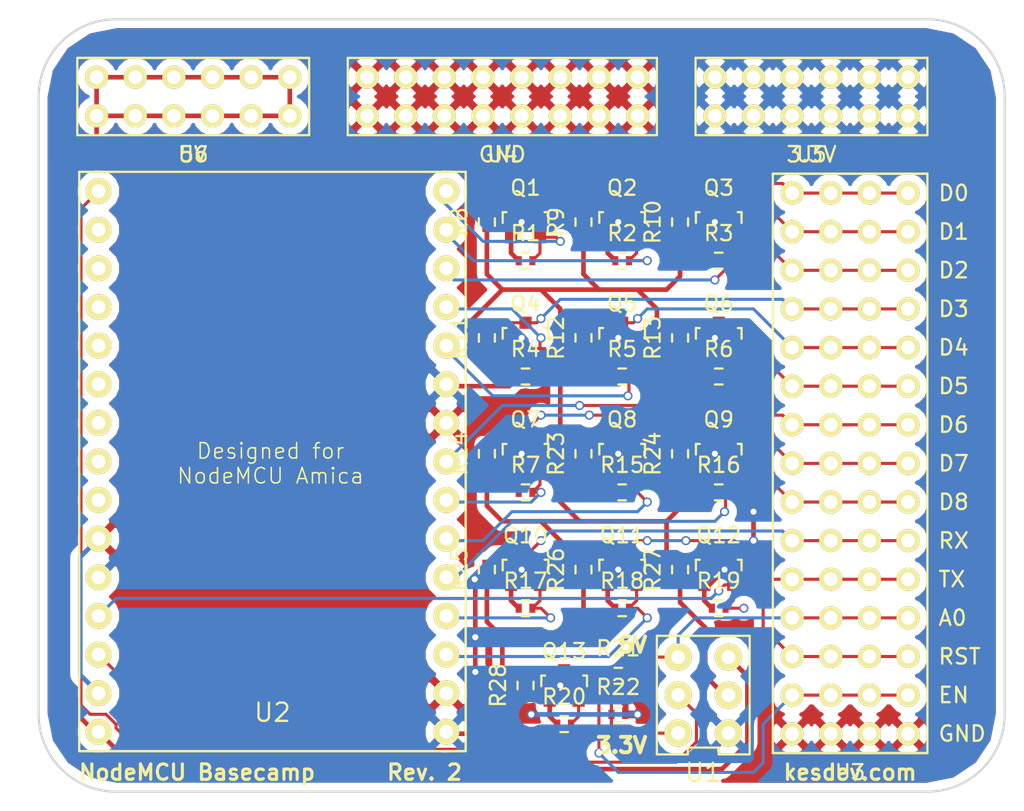
<source format=kicad_pcb>
(kicad_pcb (version 4) (host pcbnew 4.0.1-stable)
  (layers (0 F.Cu signal) (31 B.Cu signal) (34 B.Paste user) (35 F.Paste user) (36 B.SilkS user) (37 F.SilkS user) (38 B.Mask user) (39 F.Mask user) (44 Edge.Cuts user))
  (net 0 "")
  (net 1 3V3)
  (net 2 D0_LV)
  (net 3 D1_LV)
  (net 4 5V)
  (net 5 A0_LV)
  (net 6 D2_LV)
  (net 7 D3_LV)
  (net 8 D4_LV)
  (net 9 D5_LV)
  (net 10 D6_LV)
  (net 11 D7_LV)
  (net 12 D8_LV)
  (net 13 RX_LV)
  (net 14 EN_LV)
  (net 15 TX_LV)
  (net 16 RST_LV)
  (net 17 RST_XV)
  (net 18 EN_XV)
  (net 19 A0_XV)
  (net 20 TX_XV)
  (net 21 RX_XV)
  (net 22 D8_XV)
  (net 23 D7_XV)
  (net 24 D6_XV)
  (net 25 D5_XV)
  (net 26 D4_XV)
  (net 27 D3_XV)
  (net 28 D2_XV)
  (net 29 D1_XV)
  (net 30 D0_XV)
  (net 31 OP_V)
  (net 32 Earth)
  (net 33 A0_STEPDOWN)
  (module TO_SOT_Packages_SMD:SOT-23 (layer F.Cu) (at 63.754 38.735)
    (fp_text reference Q2 (at 0 -2.25) (layer F.SilkS))
    (fp_text value BSS138)
    (pad 1 smd rect (at -0.95 1.00076) (size 0.8001 0.8001) (layers F.Cu F.Paste F.Mask) (net 1 3V3))
    (pad 2 smd rect (at 0.95 1.00076) (size 0.8001 0.8001) (layers F.Cu F.Paste F.Mask) (net 3 D1_LV))
    (pad 3 smd rect (at 0 -0.99822) (size 0.8001 0.8001) (layers F.Cu F.Paste F.Mask) (net 29 D1_XV))
  )
  (module Resistors_SMD:R_0402 (layer F.Cu) (at 57.404 41.275)
    (fp_text reference R1 (at 0 -1.8) (layer F.SilkS))
    (fp_text value 10K)
    (pad 1 smd rect (at -0.45 0) (size 0.4 0.6) (layers F.Cu F.Paste F.Mask) (net 1 3V3))
    (pad 2 smd rect (at 0.45 0) (size 0.4 0.6) (layers F.Cu F.Paste F.Mask) (net 2 D0_LV))
  )
  (module Resistors_SMD:R_0402 (layer F.Cu) (at 63.754 41.275)
    (fp_text reference R2 (at 0 -1.8) (layer F.SilkS))
    (fp_text value 10K)
    (pad 1 smd rect (at -0.45 0) (size 0.4 0.6) (layers F.Cu F.Paste F.Mask) (net 1 3V3))
    (pad 2 smd rect (at 0.45 0) (size 0.4 0.6) (layers F.Cu F.Paste F.Mask) (net 3 D1_LV))
  )
  (module Resistors_SMD:R_0402 (layer F.Cu) (at 70.104 41.275)
    (fp_text reference R3 (at 0 -1.8) (layer F.SilkS))
    (fp_text value 10K)
    (pad 1 smd rect (at -0.45 0) (size 0.4 0.6) (layers F.Cu F.Paste F.Mask) (net 1 3V3))
    (pad 2 smd rect (at 0.45 0) (size 0.4 0.6) (layers F.Cu F.Paste F.Mask) (net 6 D2_LV))
  )
  (module Resistors_SMD:R_0402 (layer F.Cu) (at 57.404 48.895)
    (fp_text reference R4 (at 0 -1.8) (layer F.SilkS))
    (fp_text value 10K)
    (pad 1 smd rect (at -0.45 0) (size 0.4 0.6) (layers F.Cu F.Paste F.Mask) (net 1 3V3))
    (pad 2 smd rect (at 0.45 0) (size 0.4 0.6) (layers F.Cu F.Paste F.Mask) (net 7 D3_LV))
  )
  (module TO_SOT_Packages_SMD:SOT-23 (layer F.Cu) (at 70.104 38.735)
    (fp_text reference Q3 (at 0 -2.25) (layer F.SilkS))
    (fp_text value BSS138)
    (pad 1 smd rect (at -0.95 1.00076) (size 0.8001 0.8001) (layers F.Cu F.Paste F.Mask) (net 1 3V3))
    (pad 2 smd rect (at 0.95 1.00076) (size 0.8001 0.8001) (layers F.Cu F.Paste F.Mask) (net 6 D2_LV))
    (pad 3 smd rect (at 0 -0.99822) (size 0.8001 0.8001) (layers F.Cu F.Paste F.Mask) (net 28 D2_XV))
  )
  (module TO_SOT_Packages_SMD:SOT-23 (layer F.Cu) (at 57.404 46.355)
    (fp_text reference Q4 (at 0 -2.25) (layer F.SilkS))
    (fp_text value BSS138)
    (pad 1 smd rect (at -0.95 1.00076) (size 0.8001 0.8001) (layers F.Cu F.Paste F.Mask) (net 1 3V3))
    (pad 2 smd rect (at 0.95 1.00076) (size 0.8001 0.8001) (layers F.Cu F.Paste F.Mask) (net 7 D3_LV))
    (pad 3 smd rect (at 0 -0.99822) (size 0.8001 0.8001) (layers F.Cu F.Paste F.Mask) (net 27 D3_XV))
  )
  (module TO_SOT_Packages_SMD:SOT-23 (layer F.Cu) (at 63.754 46.355)
    (fp_text reference Q5 (at 0 -2.25) (layer F.SilkS))
    (fp_text value BSS138)
    (pad 1 smd rect (at -0.95 1.00076) (size 0.8001 0.8001) (layers F.Cu F.Paste F.Mask) (net 1 3V3))
    (pad 2 smd rect (at 0.95 1.00076) (size 0.8001 0.8001) (layers F.Cu F.Paste F.Mask) (net 8 D4_LV))
    (pad 3 smd rect (at 0 -0.99822) (size 0.8001 0.8001) (layers F.Cu F.Paste F.Mask) (net 26 D4_XV))
  )
  (module TO_SOT_Packages_SMD:SOT-23 (layer F.Cu) (at 70.104 46.355)
    (fp_text reference Q6 (at 0 -2.25) (layer F.SilkS))
    (fp_text value BSS138)
    (pad 1 smd rect (at -0.95 1.00076) (size 0.8001 0.8001) (layers F.Cu F.Paste F.Mask) (net 1 3V3))
    (pad 2 smd rect (at 0.95 1.00076) (size 0.8001 0.8001) (layers F.Cu F.Paste F.Mask) (net 9 D5_LV))
    (pad 3 smd rect (at 0 -0.99822) (size 0.8001 0.8001) (layers F.Cu F.Paste F.Mask) (net 25 D5_XV))
  )
  (module TO_SOT_Packages_SMD:SOT-23 (layer F.Cu) (at 57.404 53.975)
    (fp_text reference Q7 (at 0 -2.25) (layer F.SilkS))
    (fp_text value BSS138)
    (pad 1 smd rect (at -0.95 1.00076) (size 0.8001 0.8001) (layers F.Cu F.Paste F.Mask) (net 1 3V3))
    (pad 2 smd rect (at 0.95 1.00076) (size 0.8001 0.8001) (layers F.Cu F.Paste F.Mask) (net 10 D6_LV))
    (pad 3 smd rect (at 0 -0.99822) (size 0.8001 0.8001) (layers F.Cu F.Paste F.Mask) (net 24 D6_XV))
  )
  (module TO_SOT_Packages_SMD:SOT-23 (layer F.Cu) (at 63.754 53.975)
    (fp_text reference Q8 (at 0 -2.25) (layer F.SilkS))
    (fp_text value BSS138)
    (pad 1 smd rect (at -0.95 1.00076) (size 0.8001 0.8001) (layers F.Cu F.Paste F.Mask) (net 1 3V3))
    (pad 2 smd rect (at 0.95 1.00076) (size 0.8001 0.8001) (layers F.Cu F.Paste F.Mask) (net 11 D7_LV))
    (pad 3 smd rect (at 0 -0.99822) (size 0.8001 0.8001) (layers F.Cu F.Paste F.Mask) (net 23 D7_XV))
  )
  (module TO_SOT_Packages_SMD:SOT-23 (layer F.Cu) (at 70.104 53.975)
    (fp_text reference Q9 (at 0 -2.25) (layer F.SilkS))
    (fp_text value BSS138)
    (pad 1 smd rect (at -0.95 1.00076) (size 0.8001 0.8001) (layers F.Cu F.Paste F.Mask) (net 1 3V3))
    (pad 2 smd rect (at 0.95 1.00076) (size 0.8001 0.8001) (layers F.Cu F.Paste F.Mask) (net 12 D8_LV))
    (pad 3 smd rect (at 0 -0.99822) (size 0.8001 0.8001) (layers F.Cu F.Paste F.Mask) (net 22 D8_XV))
  )
  (module TO_SOT_Packages_SMD:SOT-23 (layer F.Cu) (at 57.404 61.595)
    (fp_text reference Q10 (at 0 -2.25) (layer F.SilkS))
    (fp_text value BSS138)
    (pad 1 smd rect (at -0.95 1.00076) (size 0.8001 0.8001) (layers F.Cu F.Paste F.Mask) (net 1 3V3))
    (pad 2 smd rect (at 0.95 1.00076) (size 0.8001 0.8001) (layers F.Cu F.Paste F.Mask) (net 13 RX_LV))
    (pad 3 smd rect (at 0 -0.99822) (size 0.8001 0.8001) (layers F.Cu F.Paste F.Mask) (net 21 RX_XV))
  )
  (module TO_SOT_Packages_SMD:SOT-23 (layer F.Cu) (at 63.754 61.595)
    (fp_text reference Q11 (at 0 -2.25) (layer F.SilkS))
    (fp_text value BSS138)
    (pad 1 smd rect (at -0.95 1.00076) (size 0.8001 0.8001) (layers F.Cu F.Paste F.Mask) (net 1 3V3))
    (pad 2 smd rect (at 0.95 1.00076) (size 0.8001 0.8001) (layers F.Cu F.Paste F.Mask) (net 15 TX_LV))
    (pad 3 smd rect (at 0 -0.99822) (size 0.8001 0.8001) (layers F.Cu F.Paste F.Mask) (net 20 TX_XV))
  )
  (module TO_SOT_Packages_SMD:SOT-23 (layer F.Cu) (at 70.104 61.595)
    (fp_text reference Q12 (at 0 -2.25) (layer F.SilkS))
    (fp_text value BSS138)
    (pad 1 smd rect (at -0.95 1.00076) (size 0.8001 0.8001) (layers F.Cu F.Paste F.Mask) (net 1 3V3))
    (pad 2 smd rect (at 0.95 1.00076) (size 0.8001 0.8001) (layers F.Cu F.Paste F.Mask) (net 14 EN_LV))
    (pad 3 smd rect (at 0 -0.99822) (size 0.8001 0.8001) (layers F.Cu F.Paste F.Mask) (net 18 EN_XV))
  )
  (module TO_SOT_Packages_SMD:SOT-23 (layer F.Cu) (at 59.944 69.215)
    (fp_text reference Q13 (at 0 -2.25) (layer F.SilkS))
    (fp_text value BSS138)
    (pad 1 smd rect (at -0.95 1.00076) (size 0.8001 0.8001) (layers F.Cu F.Paste F.Mask) (net 1 3V3))
    (pad 2 smd rect (at 0.95 1.00076) (size 0.8001 0.8001) (layers F.Cu F.Paste F.Mask) (net 16 RST_LV))
    (pad 3 smd rect (at 0 -0.99822) (size 0.8001 0.8001) (layers F.Cu F.Paste F.Mask) (net 17 RST_XV))
  )
  (module Resistors_SMD:R_0402 (layer F.Cu) (at 63.754 48.895)
    (fp_text reference R5 (at 0 -1.8) (layer F.SilkS))
    (fp_text value 10K)
    (pad 1 smd rect (at -0.45 0) (size 0.4 0.6) (layers F.Cu F.Paste F.Mask) (net 1 3V3))
    (pad 2 smd rect (at 0.45 0) (size 0.4 0.6) (layers F.Cu F.Paste F.Mask) (net 8 D4_LV))
  )
  (module Resistors_SMD:R_0402 (layer F.Cu) (at 70.104 48.895)
    (fp_text reference R6 (at 0 -1.8) (layer F.SilkS))
    (fp_text value 10K)
    (pad 1 smd rect (at -0.45 0) (size 0.4 0.6) (layers F.Cu F.Paste F.Mask) (net 1 3V3))
    (pad 2 smd rect (at 0.45 0) (size 0.4 0.6) (layers F.Cu F.Paste F.Mask) (net 9 D5_LV))
  )
  (module Resistors_SMD:R_0402 (layer F.Cu) (at 57.404 56.515)
    (fp_text reference R7 (at 0 -1.8) (layer F.SilkS))
    (fp_text value 10K)
    (pad 1 smd rect (at -0.45 0) (size 0.4 0.6) (layers F.Cu F.Paste F.Mask) (net 1 3V3))
    (pad 2 smd rect (at 0.45 0) (size 0.4 0.6) (layers F.Cu F.Paste F.Mask) (net 10 D6_LV))
  )
  (module Resistors_SMD:R_0402 (layer F.Cu) (at 54.864 38.735 90)
    (fp_text reference R8 (at 0 -1.8 90) (layer F.SilkS))
    (fp_text value 10K)
    (pad 1 smd rect (at -0.45 0 90) (size 0.4 0.6) (layers F.Cu F.Paste F.Mask) (net 31 OP_V))
    (pad 2 smd rect (at 0.45 0 90) (size 0.4 0.6) (layers F.Cu F.Paste F.Mask) (net 30 D0_XV))
  )
  (module Resistors_SMD:R_0402 (layer F.Cu) (at 61.214 38.735 90)
    (fp_text reference R9 (at 0 -1.8 90) (layer F.SilkS))
    (fp_text value 10K)
    (pad 1 smd rect (at -0.45 0 90) (size 0.4 0.6) (layers F.Cu F.Paste F.Mask) (net 31 OP_V))
    (pad 2 smd rect (at 0.45 0 90) (size 0.4 0.6) (layers F.Cu F.Paste F.Mask) (net 29 D1_XV))
  )
  (module Resistors_SMD:R_0402 (layer F.Cu) (at 67.564 38.735 90)
    (fp_text reference R10 (at 0 -1.8 90) (layer F.SilkS))
    (fp_text value 10K)
    (pad 1 smd rect (at -0.45 0 90) (size 0.4 0.6) (layers F.Cu F.Paste F.Mask) (net 31 OP_V))
    (pad 2 smd rect (at 0.45 0 90) (size 0.4 0.6) (layers F.Cu F.Paste F.Mask) (net 28 D2_XV))
  )
  (module Resistors_SMD:R_0402 (layer F.Cu) (at 54.864 46.355 90)
    (fp_text reference R11 (at 0 -1.8 90) (layer F.SilkS))
    (fp_text value 10K)
    (pad 1 smd rect (at -0.45 0 90) (size 0.4 0.6) (layers F.Cu F.Paste F.Mask) (net 31 OP_V))
    (pad 2 smd rect (at 0.45 0 90) (size 0.4 0.6) (layers F.Cu F.Paste F.Mask) (net 27 D3_XV))
  )
  (module Resistors_SMD:R_0402 (layer F.Cu) (at 61.214 46.355 90)
    (fp_text reference R12 (at 0 -1.8 90) (layer F.SilkS))
    (fp_text value 10K)
    (pad 1 smd rect (at -0.45 0 90) (size 0.4 0.6) (layers F.Cu F.Paste F.Mask) (net 31 OP_V))
    (pad 2 smd rect (at 0.45 0 90) (size 0.4 0.6) (layers F.Cu F.Paste F.Mask) (net 26 D4_XV))
  )
  (module Resistors_SMD:R_0402 (layer F.Cu) (at 67.564 46.355 90)
    (fp_text reference R13 (at 0 -1.8 90) (layer F.SilkS))
    (fp_text value 10K)
    (pad 1 smd rect (at -0.45 0 90) (size 0.4 0.6) (layers F.Cu F.Paste F.Mask) (net 31 OP_V))
    (pad 2 smd rect (at 0.45 0 90) (size 0.4 0.6) (layers F.Cu F.Paste F.Mask) (net 25 D5_XV))
  )
  (module Resistors_SMD:R_0402 (layer F.Cu) (at 54.864 53.975 90)
    (fp_text reference R14 (at 0 -1.8 90) (layer F.SilkS))
    (fp_text value 10K)
    (pad 1 smd rect (at -0.45 0 90) (size 0.4 0.6) (layers F.Cu F.Paste F.Mask) (net 31 OP_V))
    (pad 2 smd rect (at 0.45 0 90) (size 0.4 0.6) (layers F.Cu F.Paste F.Mask) (net 24 D6_XV))
  )
  (module Resistors_SMD:R_0402 (layer F.Cu) (at 63.754 56.515)
    (fp_text reference R15 (at 0 -1.8) (layer F.SilkS))
    (fp_text value 10K)
    (pad 1 smd rect (at -0.45 0) (size 0.4 0.6) (layers F.Cu F.Paste F.Mask) (net 1 3V3))
    (pad 2 smd rect (at 0.45 0) (size 0.4 0.6) (layers F.Cu F.Paste F.Mask) (net 11 D7_LV))
  )
  (module Resistors_SMD:R_0402 (layer F.Cu) (at 70.104 56.515)
    (fp_text reference R16 (at 0 -1.8) (layer F.SilkS))
    (fp_text value 10K)
    (pad 1 smd rect (at -0.45 0) (size 0.4 0.6) (layers F.Cu F.Paste F.Mask) (net 1 3V3))
    (pad 2 smd rect (at 0.45 0) (size 0.4 0.6) (layers F.Cu F.Paste F.Mask) (net 12 D8_LV))
  )
  (module Resistors_SMD:R_0402 (layer F.Cu) (at 57.404 64.135)
    (fp_text reference R17 (at 0 -1.8) (layer F.SilkS))
    (fp_text value 10K)
    (pad 1 smd rect (at -0.45 0) (size 0.4 0.6) (layers F.Cu F.Paste F.Mask) (net 1 3V3))
    (pad 2 smd rect (at 0.45 0) (size 0.4 0.6) (layers F.Cu F.Paste F.Mask) (net 13 RX_LV))
  )
  (module Resistors_SMD:R_0402 (layer F.Cu) (at 63.754 64.135)
    (fp_text reference R18 (at 0 -1.8) (layer F.SilkS))
    (fp_text value 10K)
    (pad 1 smd rect (at -0.45 0) (size 0.4 0.6) (layers F.Cu F.Paste F.Mask) (net 1 3V3))
    (pad 2 smd rect (at 0.45 0) (size 0.4 0.6) (layers F.Cu F.Paste F.Mask) (net 15 TX_LV))
  )
  (module Resistors_SMD:R_0402 (layer F.Cu) (at 70.104 64.135)
    (fp_text reference R19 (at 0 -1.8) (layer F.SilkS))
    (fp_text value 10K)
    (pad 1 smd rect (at -0.45 0) (size 0.4 0.6) (layers F.Cu F.Paste F.Mask) (net 1 3V3))
    (pad 2 smd rect (at 0.45 0) (size 0.4 0.6) (layers F.Cu F.Paste F.Mask) (net 14 EN_LV))
  )
  (module Resistors_SMD:R_0402 (layer F.Cu) (at 59.944 71.755)
    (fp_text reference R20 (at 0 -1.8) (layer F.SilkS))
    (fp_text value 10K)
    (pad 1 smd rect (at -0.45 0) (size 0.4 0.6) (layers F.Cu F.Paste F.Mask) (net 1 3V3))
    (pad 2 smd rect (at 0.45 0) (size 0.4 0.6) (layers F.Cu F.Paste F.Mask) (net 16 RST_LV))
  )
  (module Resistors_SMD:R_0402 (layer F.Cu) (at 63.5 68.58)
    (fp_text reference R21 (at 0 -1.8) (layer F.SilkS))
    (fp_text value 33K)
    (pad 1 smd rect (at -0.45 0) (size 0.4 0.6) (layers F.Cu F.Paste F.Mask) (net 33 A0_STEPDOWN))
    (pad 2 smd rect (at 0.45 0) (size 0.4 0.6) (layers F.Cu F.Paste F.Mask) (net 19 A0_XV))
  )
  (module Resistors_SMD:R_0402 (layer F.Cu) (at 63.5 71.12)
    (fp_text reference R22 (at 0 -1.8) (layer F.SilkS))
    (fp_text value 68K)
    (pad 1 smd rect (at -0.45 0) (size 0.4 0.6) (layers F.Cu F.Paste F.Mask) (net 33 A0_STEPDOWN))
    (pad 2 smd rect (at 0.45 0) (size 0.4 0.6) (layers F.Cu F.Paste F.Mask) (net 32 Earth))
  )
  (module Resistors_SMD:R_0402 (layer F.Cu) (at 61.214 53.975 90)
    (fp_text reference R23 (at 0 -1.8 90) (layer F.SilkS))
    (fp_text value 10K)
    (pad 1 smd rect (at -0.45 0 90) (size 0.4 0.6) (layers F.Cu F.Paste F.Mask) (net 31 OP_V))
    (pad 2 smd rect (at 0.45 0 90) (size 0.4 0.6) (layers F.Cu F.Paste F.Mask) (net 23 D7_XV))
  )
  (module Resistors_SMD:R_0402 (layer F.Cu) (at 67.564 53.975 90)
    (fp_text reference R24 (at 0 -1.8 90) (layer F.SilkS))
    (fp_text value 10K)
    (pad 1 smd rect (at -0.45 0 90) (size 0.4 0.6) (layers F.Cu F.Paste F.Mask) (net 31 OP_V))
    (pad 2 smd rect (at 0.45 0 90) (size 0.4 0.6) (layers F.Cu F.Paste F.Mask) (net 22 D8_XV))
  )
  (module Resistors_SMD:R_0402 (layer F.Cu) (at 54.864 61.595 90)
    (fp_text reference R25 (at 0 -1.8 90) (layer F.SilkS))
    (fp_text value 10K)
    (pad 1 smd rect (at -0.45 0 90) (size 0.4 0.6) (layers F.Cu F.Paste F.Mask) (net 31 OP_V))
    (pad 2 smd rect (at 0.45 0 90) (size 0.4 0.6) (layers F.Cu F.Paste F.Mask) (net 21 RX_XV))
  )
  (module Resistors_SMD:R_0402 (layer F.Cu) (at 61.214 61.595 90)
    (fp_text reference R26 (at 0 -1.8 90) (layer F.SilkS))
    (fp_text value 10K)
    (pad 1 smd rect (at -0.45 0 90) (size 0.4 0.6) (layers F.Cu F.Paste F.Mask) (net 31 OP_V))
    (pad 2 smd rect (at 0.45 0 90) (size 0.4 0.6) (layers F.Cu F.Paste F.Mask) (net 20 TX_XV))
  )
  (module Resistors_SMD:R_0402 (layer F.Cu) (at 67.564 61.595 90)
    (fp_text reference R27 (at 0 -1.8 90) (layer F.SilkS))
    (fp_text value 10K)
    (pad 1 smd rect (at -0.45 0 90) (size 0.4 0.6) (layers F.Cu F.Paste F.Mask) (net 31 OP_V))
    (pad 2 smd rect (at 0.45 0 90) (size 0.4 0.6) (layers F.Cu F.Paste F.Mask) (net 18 EN_XV))
  )
  (module Resistors_SMD:R_0402 (layer F.Cu) (at 57.404 69.215 90)
    (fp_text reference R28 (at 0 -1.8 90) (layer F.SilkS))
    (fp_text value 10K)
    (pad 1 smd rect (at -0.45 0 90) (size 0.4 0.6) (layers F.Cu F.Paste F.Mask) (net 31 OP_V))
    (pad 2 smd rect (at 0.45 0 90) (size 0.4 0.6) (layers F.Cu F.Paste F.Mask) (net 17 RST_XV))
  )
  (module mplewis:JS202011CQN (layer F.Cu) (at 69.088 69.85 180)
    (fp_text reference U1 (at 0 -5.1 180) (layer F.SilkS) (effects (font (size 1.2 1.2))))
    (fp_text value JS202011CQN)
    (pad 6 thru_hole circle (at 1.65 -2.5 90) (size 1.8 1.8) (drill 0.9) (layers *.Cu *.Mask F.SilkS) (net 33 A0_STEPDOWN))
    (pad 1 thru_hole circle (at -1.65 -2.5 90) (size 1.8 1.8) (drill 0.9) (layers *.Cu *.Mask F.SilkS) (net 1 3V3))
    (pad 5 thru_hole circle (at 1.65 0 90) (size 1.8 1.8) (drill 0.9) (layers *.Cu *.Mask F.SilkS) (net 5 A0_LV))
    (pad 2 thru_hole circle (at -1.65 0 90) (size 1.8 1.8) (drill 0.9) (layers *.Cu *.Mask F.SilkS) (net 31 OP_V))
    (pad 4 thru_hole circle (at 1.65 2.5 90) (size 1.8 1.8) (drill 0.9) (layers *.Cu *.Mask F.SilkS) (net 19 A0_XV))
    (pad 3 thru_hole circle (at -1.65 2.5 90) (size 1.8 1.8) (drill 0.9) (layers *.Cu *.Mask F.SilkS) (net 4 5V))
  )
  (module TO_SOT_Packages_SMD:SOT-23 (layer F.Cu) (at 57.404 38.735)
    (fp_text reference Q1 (at 0 -2.25) (layer F.SilkS))
    (fp_text value BSS138)
    (pad 1 smd rect (at -0.95 1.00076) (size 0.8001 0.8001) (layers F.Cu F.Paste F.Mask) (net 1 3V3))
    (pad 2 smd rect (at 0.95 1.00076) (size 0.8001 0.8001) (layers F.Cu F.Paste F.Mask) (net 2 D0_LV))
    (pad 3 smd rect (at 0 -0.99822) (size 0.8001 0.8001) (layers F.Cu F.Paste F.Mask) (net 30 D0_XV))
  )
  (module mplewis:HEADER_BUS_4X8 (layer F.Cu) (at 55.88 30.48)
    (fp_text reference U4 (at 0 3.81) (layer F.SilkS))
    (fp_text value GND_BUS)
    (pad 1 thru_hole circle (at 8.89 1.27) (size 1.524 1.524) (drill 0.9) (layers *.Cu *.Mask F.SilkS) (net 32 Earth))
    (pad 1 thru_hole circle (at 8.89 -1.27) (size 1.524 1.524) (drill 0.9) (layers *.Cu *.Mask F.SilkS) (net 32 Earth))
    (pad 1 thru_hole circle (at 1.27 -1.27) (size 1.524 1.524) (drill 0.9) (layers *.Cu *.Mask F.SilkS) (net 32 Earth))
    (pad 1 thru_hole circle (at 3.81 -1.27) (size 1.524 1.524) (drill 0.9) (layers *.Cu *.Mask F.SilkS) (net 32 Earth))
    (pad 1 thru_hole circle (at 6.35 -1.27) (size 1.524 1.524) (drill 0.9) (layers *.Cu *.Mask F.SilkS) (net 32 Earth))
    (pad 1 thru_hole circle (at 1.27 1.27) (size 1.524 1.524) (drill 0.9) (layers *.Cu *.Mask F.SilkS) (net 32 Earth))
    (pad 1 thru_hole circle (at 3.81 1.27) (size 1.524 1.524) (drill 0.9) (layers *.Cu *.Mask F.SilkS) (net 32 Earth))
    (pad 1 thru_hole circle (at 6.35 1.27) (size 1.524 1.524) (drill 0.9) (layers *.Cu *.Mask F.SilkS) (net 32 Earth))
    (pad 1 thru_hole circle (at -1.27 1.27) (size 1.524 1.524) (drill 0.9) (layers *.Cu *.Mask F.SilkS) (net 32 Earth))
    (pad 1 thru_hole circle (at -3.81 1.27) (size 1.524 1.524) (drill 0.9) (layers *.Cu *.Mask F.SilkS) (net 32 Earth))
    (pad 1 thru_hole circle (at -6.35 1.27) (size 1.524 1.524) (drill 0.9) (layers *.Cu *.Mask F.SilkS) (net 32 Earth))
    (pad 1 thru_hole circle (at -8.89 1.27) (size 1.524 1.524) (drill 0.9) (layers *.Cu *.Mask F.SilkS) (net 32 Earth))
    (pad 1 thru_hole circle (at -1.27 -1.27) (size 1.524 1.524) (drill 0.9) (layers *.Cu *.Mask F.SilkS) (net 32 Earth))
    (pad 1 thru_hole circle (at -3.81 -1.27) (size 1.524 1.524) (drill 0.9) (layers *.Cu *.Mask F.SilkS) (net 32 Earth))
    (pad 1 thru_hole circle (at -6.35 -1.27) (size 1.524 1.524) (drill 0.9) (layers *.Cu *.Mask F.SilkS) (net 32 Earth))
    (pad 1 thru_hole circle (at -8.89 -1.27) (size 1.524 1.524) (drill 0.9) (layers *.Cu *.Mask F.SilkS) (net 32 Earth))
  )
  (module mplewis:HEADER_BUS_4X6 (layer F.Cu) (at 76.2 30.48)
    (fp_text reference U5 (at 0 3.81) (layer F.SilkS))
    (fp_text value 3V3_BUS)
    (pad 1 thru_hole circle (at 3.81 -1.27) (size 1.524 1.524) (drill 0.9) (layers *.Cu *.Mask F.SilkS) (net 1 3V3))
    (pad 1 thru_hole circle (at 6.35 -1.27) (size 1.524 1.524) (drill 0.9) (layers *.Cu *.Mask F.SilkS) (net 1 3V3))
    (pad 1 thru_hole circle (at 3.81 1.27) (size 1.524 1.524) (drill 0.9) (layers *.Cu *.Mask F.SilkS) (net 1 3V3))
    (pad 1 thru_hole circle (at 6.35 1.27) (size 1.524 1.524) (drill 0.9) (layers *.Cu *.Mask F.SilkS) (net 1 3V3))
    (pad 1 thru_hole circle (at 1.27 1.27) (size 1.524 1.524) (drill 0.9) (layers *.Cu *.Mask F.SilkS) (net 1 3V3))
    (pad 1 thru_hole circle (at -1.27 1.27) (size 1.524 1.524) (drill 0.9) (layers *.Cu *.Mask F.SilkS) (net 1 3V3))
    (pad 1 thru_hole circle (at -3.81 1.27) (size 1.524 1.524) (drill 0.9) (layers *.Cu *.Mask F.SilkS) (net 1 3V3))
    (pad 1 thru_hole circle (at -6.35 1.27) (size 1.524 1.524) (drill 0.9) (layers *.Cu *.Mask F.SilkS) (net 1 3V3))
    (pad 1 thru_hole circle (at 1.27 -1.27) (size 1.524 1.524) (drill 0.9) (layers *.Cu *.Mask F.SilkS) (net 1 3V3))
    (pad 1 thru_hole circle (at -1.27 -1.27) (size 1.524 1.524) (drill 0.9) (layers *.Cu *.Mask F.SilkS) (net 1 3V3))
    (pad 1 thru_hole circle (at -3.81 -1.27) (size 1.524 1.524) (drill 0.9) (layers *.Cu *.Mask F.SilkS) (net 1 3V3))
    (pad 1 thru_hole circle (at -6.35 -1.27) (size 1.524 1.524) (drill 0.9) (layers *.Cu *.Mask F.SilkS) (net 1 3V3))
  )
  (module mplewis:HEADER_BUS_4X6 (layer F.Cu) (at 35.56 30.48)
    (fp_text reference U6 (at 0 3.81) (layer F.SilkS))
    (fp_text value 5V_BUS)
    (pad 1 thru_hole circle (at 3.81 -1.27) (size 1.524 1.524) (drill 0.9) (layers *.Cu *.Mask F.SilkS) (net 4 5V))
    (pad 1 thru_hole circle (at 6.35 -1.27) (size 1.524 1.524) (drill 0.9) (layers *.Cu *.Mask F.SilkS) (net 4 5V))
    (pad 1 thru_hole circle (at 3.81 1.27) (size 1.524 1.524) (drill 0.9) (layers *.Cu *.Mask F.SilkS) (net 4 5V))
    (pad 1 thru_hole circle (at 6.35 1.27) (size 1.524 1.524) (drill 0.9) (layers *.Cu *.Mask F.SilkS) (net 4 5V))
    (pad 1 thru_hole circle (at 1.27 1.27) (size 1.524 1.524) (drill 0.9) (layers *.Cu *.Mask F.SilkS) (net 4 5V))
    (pad 1 thru_hole circle (at -1.27 1.27) (size 1.524 1.524) (drill 0.9) (layers *.Cu *.Mask F.SilkS) (net 4 5V))
    (pad 1 thru_hole circle (at -3.81 1.27) (size 1.524 1.524) (drill 0.9) (layers *.Cu *.Mask F.SilkS) (net 4 5V))
    (pad 1 thru_hole circle (at -6.35 1.27) (size 1.524 1.524) (drill 0.9) (layers *.Cu *.Mask F.SilkS) (net 4 5V))
    (pad 1 thru_hole circle (at 1.27 -1.27) (size 1.524 1.524) (drill 0.9) (layers *.Cu *.Mask F.SilkS) (net 4 5V))
    (pad 1 thru_hole circle (at -1.27 -1.27) (size 1.524 1.524) (drill 0.9) (layers *.Cu *.Mask F.SilkS) (net 4 5V))
    (pad 1 thru_hole circle (at -3.81 -1.27) (size 1.524 1.524) (drill 0.9) (layers *.Cu *.Mask F.SilkS) (net 4 5V))
    (pad 1 thru_hole circle (at -6.35 -1.27) (size 1.524 1.524) (drill 0.9) (layers *.Cu *.Mask F.SilkS) (net 4 5V))
  )
  (module mplewis:HEADER_STRIP_15X4 (layer F.Cu) (at 78.74 54.61)
    (fp_text reference U3 (at 0 20.32) (layer F.SilkS))
    (fp_text value DEV_PINS)
    (pad 15 thru_hole circle (at 1.27 17.78) (size 1.524 1.524) (drill 0.9) (layers *.Cu *.Mask F.SilkS) (net 32 Earth))
    (pad 14 thru_hole circle (at 1.27 15.24) (size 1.524 1.524) (drill 0.9) (layers *.Cu *.Mask F.SilkS) (net 17 RST_XV))
    (pad 13 thru_hole circle (at 1.27 12.7) (size 1.524 1.524) (drill 0.9) (layers *.Cu *.Mask F.SilkS) (net 18 EN_XV))
    (pad 12 thru_hole circle (at 1.27 10.16) (size 1.524 1.524) (drill 0.9) (layers *.Cu *.Mask F.SilkS) (net 19 A0_XV))
    (pad 11 thru_hole circle (at 1.27 7.62) (size 1.524 1.524) (drill 0.9) (layers *.Cu *.Mask F.SilkS) (net 20 TX_XV))
    (pad 10 thru_hole circle (at 1.27 5.08) (size 1.524 1.524) (drill 0.9) (layers *.Cu *.Mask F.SilkS) (net 21 RX_XV))
    (pad 9 thru_hole circle (at 1.27 2.54) (size 1.524 1.524) (drill 0.9) (layers *.Cu *.Mask F.SilkS) (net 22 D8_XV))
    (pad 8 thru_hole circle (at 1.27 0) (size 1.524 1.524) (drill 0.9) (layers *.Cu *.Mask F.SilkS) (net 23 D7_XV))
    (pad 7 thru_hole circle (at 1.27 -2.54) (size 1.524 1.524) (drill 0.9) (layers *.Cu *.Mask F.SilkS) (net 24 D6_XV))
    (pad 6 thru_hole circle (at 1.27 -5.08) (size 1.524 1.524) (drill 0.9) (layers *.Cu *.Mask F.SilkS) (net 25 D5_XV))
    (pad 5 thru_hole circle (at 1.27 -7.62) (size 1.524 1.524) (drill 0.9) (layers *.Cu *.Mask F.SilkS) (net 26 D4_XV))
    (pad 4 thru_hole circle (at 1.27 -10.16) (size 1.524 1.524) (drill 0.9) (layers *.Cu *.Mask F.SilkS) (net 27 D3_XV))
    (pad 3 thru_hole circle (at 1.27 -12.7) (size 1.524 1.524) (drill 0.9) (layers *.Cu *.Mask F.SilkS) (net 28 D2_XV))
    (pad 2 thru_hole circle (at 1.27 -15.24) (size 1.524 1.524) (drill 0.9) (layers *.Cu *.Mask F.SilkS) (net 29 D1_XV))
    (pad 1 thru_hole circle (at 1.27 -17.78) (size 1.524 1.524) (drill 0.9) (layers *.Cu *.Mask F.SilkS) (net 30 D0_XV))
    (pad 1 thru_hole circle (at 3.81 -17.78) (size 1.524 1.524) (drill 0.9) (layers *.Cu *.Mask F.SilkS) (net 30 D0_XV))
    (pad 2 thru_hole circle (at 3.81 -15.24) (size 1.524 1.524) (drill 0.9) (layers *.Cu *.Mask F.SilkS) (net 29 D1_XV))
    (pad 3 thru_hole circle (at 3.81 -12.7) (size 1.524 1.524) (drill 0.9) (layers *.Cu *.Mask F.SilkS) (net 28 D2_XV))
    (pad 4 thru_hole circle (at 3.81 -10.16) (size 1.524 1.524) (drill 0.9) (layers *.Cu *.Mask F.SilkS) (net 27 D3_XV))
    (pad 5 thru_hole circle (at 3.81 -7.62) (size 1.524 1.524) (drill 0.9) (layers *.Cu *.Mask F.SilkS) (net 26 D4_XV))
    (pad 6 thru_hole circle (at 3.81 -5.08) (size 1.524 1.524) (drill 0.9) (layers *.Cu *.Mask F.SilkS) (net 25 D5_XV))
    (pad 7 thru_hole circle (at 3.81 -2.54) (size 1.524 1.524) (drill 0.9) (layers *.Cu *.Mask F.SilkS) (net 24 D6_XV))
    (pad 8 thru_hole circle (at 3.81 0) (size 1.524 1.524) (drill 0.9) (layers *.Cu *.Mask F.SilkS) (net 23 D7_XV))
    (pad 9 thru_hole circle (at 3.81 2.54) (size 1.524 1.524) (drill 0.9) (layers *.Cu *.Mask F.SilkS) (net 22 D8_XV))
    (pad 10 thru_hole circle (at 3.81 5.08) (size 1.524 1.524) (drill 0.9) (layers *.Cu *.Mask F.SilkS) (net 21 RX_XV))
    (pad 11 thru_hole circle (at 3.81 7.62) (size 1.524 1.524) (drill 0.9) (layers *.Cu *.Mask F.SilkS) (net 20 TX_XV))
    (pad 12 thru_hole circle (at 3.81 10.16) (size 1.524 1.524) (drill 0.9) (layers *.Cu *.Mask F.SilkS) (net 19 A0_XV))
    (pad 13 thru_hole circle (at 3.81 12.7) (size 1.524 1.524) (drill 0.9) (layers *.Cu *.Mask F.SilkS) (net 18 EN_XV))
    (pad 14 thru_hole circle (at 3.81 15.24) (size 1.524 1.524) (drill 0.9) (layers *.Cu *.Mask F.SilkS) (net 17 RST_XV))
    (pad 15 thru_hole circle (at 3.81 17.78) (size 1.524 1.524) (drill 0.9) (layers *.Cu *.Mask F.SilkS) (net 32 Earth))
    (pad 15 thru_hole circle (at -1.27 17.78) (size 1.524 1.524) (drill 0.9) (layers *.Cu *.Mask F.SilkS) (net 32 Earth))
    (pad 14 thru_hole circle (at -1.27 15.24) (size 1.524 1.524) (drill 0.9) (layers *.Cu *.Mask F.SilkS) (net 17 RST_XV))
    (pad 13 thru_hole circle (at -1.27 12.7) (size 1.524 1.524) (drill 0.9) (layers *.Cu *.Mask F.SilkS) (net 18 EN_XV))
    (pad 12 thru_hole circle (at -1.27 10.16) (size 1.524 1.524) (drill 0.9) (layers *.Cu *.Mask F.SilkS) (net 19 A0_XV))
    (pad 11 thru_hole circle (at -1.27 7.62) (size 1.524 1.524) (drill 0.9) (layers *.Cu *.Mask F.SilkS) (net 20 TX_XV))
    (pad 10 thru_hole circle (at -1.27 5.08) (size 1.524 1.524) (drill 0.9) (layers *.Cu *.Mask F.SilkS) (net 21 RX_XV))
    (pad 9 thru_hole circle (at -1.27 2.54) (size 1.524 1.524) (drill 0.9) (layers *.Cu *.Mask F.SilkS) (net 22 D8_XV))
    (pad 8 thru_hole circle (at -1.27 0) (size 1.524 1.524) (drill 0.9) (layers *.Cu *.Mask F.SilkS) (net 23 D7_XV))
    (pad 7 thru_hole circle (at -1.27 -2.54) (size 1.524 1.524) (drill 0.9) (layers *.Cu *.Mask F.SilkS) (net 24 D6_XV))
    (pad 6 thru_hole circle (at -1.27 -5.08) (size 1.524 1.524) (drill 0.9) (layers *.Cu *.Mask F.SilkS) (net 25 D5_XV))
    (pad 5 thru_hole circle (at -1.27 -7.62) (size 1.524 1.524) (drill 0.9) (layers *.Cu *.Mask F.SilkS) (net 26 D4_XV))
    (pad 4 thru_hole circle (at -1.27 -10.16) (size 1.524 1.524) (drill 0.9) (layers *.Cu *.Mask F.SilkS) (net 27 D3_XV))
    (pad 3 thru_hole circle (at -1.27 -12.7) (size 1.524 1.524) (drill 0.9) (layers *.Cu *.Mask F.SilkS) (net 28 D2_XV))
    (pad 2 thru_hole circle (at -1.27 -15.24) (size 1.524 1.524) (drill 0.9) (layers *.Cu *.Mask F.SilkS) (net 29 D1_XV))
    (pad 1 thru_hole circle (at -1.27 -17.78) (size 1.524 1.524) (drill 0.9) (layers *.Cu *.Mask F.SilkS) (net 30 D0_XV))
    (pad 1 thru_hole circle (at -3.81 -17.78) (size 1.524 1.524) (drill 0.9) (layers *.Cu *.Mask F.SilkS) (net 30 D0_XV))
    (pad 2 thru_hole circle (at -3.81 -15.24) (size 1.524 1.524) (drill 0.9) (layers *.Cu *.Mask F.SilkS) (net 29 D1_XV))
    (pad 3 thru_hole circle (at -3.81 -12.7) (size 1.524 1.524) (drill 0.9) (layers *.Cu *.Mask F.SilkS) (net 28 D2_XV))
    (pad 4 thru_hole circle (at -3.81 -10.16) (size 1.524 1.524) (drill 0.9) (layers *.Cu *.Mask F.SilkS) (net 27 D3_XV))
    (pad 5 thru_hole circle (at -3.81 -7.62) (size 1.524 1.524) (drill 0.9) (layers *.Cu *.Mask F.SilkS) (net 26 D4_XV))
    (pad 6 thru_hole circle (at -3.81 -5.08) (size 1.524 1.524) (drill 0.9) (layers *.Cu *.Mask F.SilkS) (net 25 D5_XV))
    (pad 7 thru_hole circle (at -3.81 -2.54) (size 1.524 1.524) (drill 0.9) (layers *.Cu *.Mask F.SilkS) (net 24 D6_XV))
    (pad 8 thru_hole circle (at -3.81 0) (size 1.524 1.524) (drill 0.9) (layers *.Cu *.Mask F.SilkS) (net 23 D7_XV))
    (pad 9 thru_hole circle (at -3.81 2.54) (size 1.524 1.524) (drill 0.9) (layers *.Cu *.Mask F.SilkS) (net 22 D8_XV))
    (pad 10 thru_hole circle (at -3.81 5.08) (size 1.524 1.524) (drill 0.9) (layers *.Cu *.Mask F.SilkS) (net 21 RX_XV))
    (pad 11 thru_hole circle (at -3.81 7.62) (size 1.524 1.524) (drill 0.9) (layers *.Cu *.Mask F.SilkS) (net 20 TX_XV))
    (pad 12 thru_hole circle (at -3.81 10.16) (size 1.524 1.524) (drill 0.9) (layers *.Cu *.Mask F.SilkS) (net 19 A0_XV))
    (pad 13 thru_hole circle (at -3.81 12.7) (size 1.524 1.524) (drill 0.9) (layers *.Cu *.Mask F.SilkS) (net 18 EN_XV))
    (pad 14 thru_hole circle (at -3.81 15.24) (size 1.524 1.524) (drill 0.9) (layers *.Cu *.Mask F.SilkS) (net 17 RST_XV))
    (pad 15 thru_hole circle (at -3.81 17.78) (size 1.524 1.524) (drill 0.9) (layers *.Cu *.Mask F.SilkS) (net 32 Earth))
  )
  (module mplewis:NODEMCU_AMICA (layer F.Cu) (at 40.64 54.61)
    (fp_text reference U2 (at 0.127 16.383 180) (layer F.SilkS) (effects (font (size 1.2 1.2))))
    (fp_text value NODEMCU_AMICA)
    (pad 30 thru_hole circle (at 11.557 -17.907 270) (size 1.7 1.7) (drill 0.9) (layers *.Cu *.Mask F.SilkS) (net 2 D0_LV))
    (pad 1 thru_hole circle (at -11.303 -17.907 270) (size 1.7 1.7) (drill 0.9) (layers *.Cu *.Mask F.SilkS) (net 5 A0_LV))
    (pad 29 thru_hole circle (at 11.557 -15.367 270) (size 1.7 1.7) (drill 0.9) (layers *.Cu *.Mask F.SilkS) (net 3 D1_LV))
    (pad 2 thru_hole circle (at -11.303 -15.367 270) (size 1.7 1.7) (drill 0.9) (layers *.Cu *.Mask F.SilkS))
    (pad 28 thru_hole circle (at 11.557 -12.827 270) (size 1.7 1.7) (drill 0.9) (layers *.Cu *.Mask F.SilkS) (net 6 D2_LV))
    (pad 3 thru_hole circle (at -11.303 -12.827 270) (size 1.7 1.7) (drill 0.9) (layers *.Cu *.Mask F.SilkS))
    (pad 27 thru_hole circle (at 11.557 -10.287 270) (size 1.7 1.7) (drill 0.9) (layers *.Cu *.Mask F.SilkS) (net 7 D3_LV))
    (pad 4 thru_hole circle (at -11.303 -10.287 270) (size 1.7 1.7) (drill 0.9) (layers *.Cu *.Mask F.SilkS))
    (pad 26 thru_hole circle (at 11.557 -7.747 270) (size 1.7 1.7) (drill 0.9) (layers *.Cu *.Mask F.SilkS) (net 8 D4_LV))
    (pad 5 thru_hole circle (at -11.303 -7.747 270) (size 1.7 1.7) (drill 0.9) (layers *.Cu *.Mask F.SilkS))
    (pad 25 thru_hole circle (at 11.557 -5.207 270) (size 1.7 1.7) (drill 0.9) (layers *.Cu *.Mask F.SilkS) (net 1 3V3))
    (pad 6 thru_hole circle (at -11.303 -5.207 270) (size 1.7 1.7) (drill 0.9) (layers *.Cu *.Mask F.SilkS))
    (pad 24 thru_hole circle (at 11.557 -2.667 270) (size 1.7 1.7) (drill 0.9) (layers *.Cu *.Mask F.SilkS) (net 32 Earth))
    (pad 7 thru_hole circle (at -11.303 -2.667 270) (size 1.7 1.7) (drill 0.9) (layers *.Cu *.Mask F.SilkS))
    (pad 23 thru_hole circle (at 11.557 -0.127 270) (size 1.7 1.7) (drill 0.9) (layers *.Cu *.Mask F.SilkS) (net 9 D5_LV))
    (pad 8 thru_hole circle (at -11.303 -0.127 270) (size 1.7 1.7) (drill 0.9) (layers *.Cu *.Mask F.SilkS))
    (pad 22 thru_hole circle (at 11.557 2.413 270) (size 1.7 1.7) (drill 0.9) (layers *.Cu *.Mask F.SilkS) (net 10 D6_LV))
    (pad 9 thru_hole circle (at -11.303 2.413 270) (size 1.7 1.7) (drill 0.9) (layers *.Cu *.Mask F.SilkS))
    (pad 21 thru_hole circle (at 11.557 4.953 270) (size 1.7 1.7) (drill 0.9) (layers *.Cu *.Mask F.SilkS) (net 11 D7_LV))
    (pad 10 thru_hole circle (at -11.303 4.953 270) (size 1.7 1.7) (drill 0.9) (layers *.Cu *.Mask F.SilkS) (net 32 Earth))
    (pad 20 thru_hole circle (at 11.557 7.493 270) (size 1.7 1.7) (drill 0.9) (layers *.Cu *.Mask F.SilkS) (net 12 D8_LV))
    (pad 11 thru_hole circle (at -11.303 7.493 270) (size 1.7 1.7) (drill 0.9) (layers *.Cu *.Mask F.SilkS) (net 1 3V3))
    (pad 19 thru_hole circle (at 11.557 10.033 270) (size 1.7 1.7) (drill 0.9) (layers *.Cu *.Mask F.SilkS) (net 13 RX_LV))
    (pad 12 thru_hole circle (at -11.303 10.033 270) (size 1.7 1.7) (drill 0.9) (layers *.Cu *.Mask F.SilkS) (net 14 EN_LV))
    (pad 18 thru_hole circle (at 11.557 12.573 270) (size 1.7 1.7) (drill 0.9) (layers *.Cu *.Mask F.SilkS) (net 15 TX_LV))
    (pad 13 thru_hole circle (at -11.303 12.573 270) (size 1.7 1.7) (drill 0.9) (layers *.Cu *.Mask F.SilkS) (net 16 RST_LV))
    (pad 17 thru_hole circle (at 11.557 15.113 270) (size 1.7 1.7) (drill 0.9) (layers *.Cu *.Mask F.SilkS) (net 32 Earth))
    (pad 14 thru_hole circle (at -11.303 15.113 270) (size 1.7 1.7) (drill 0.9) (layers *.Cu *.Mask F.SilkS) (net 32 Earth))
    (pad 16 thru_hole circle (at 11.557 17.653 270) (size 1.7 1.7) (drill 0.9) (layers *.Cu *.Mask F.SilkS) (net 1 3V3))
    (pad 15 thru_hole circle (at -11.303 17.653 270) (size 1.7 1.7) (drill 0.9) (layers *.Cu *.Mask F.SilkS) (net 4 5V))
  )
  (gr_arc (start 83.82 30.48) (end 83.82 25.4) (angle 90) (layer Edge.Cuts) (width 0.15))
  (gr_arc (start 30.48 30.48) (end 25.4 30.48) (angle 90) (layer Edge.Cuts) (width 0.15))
  (gr_arc (start 30.48 71.12) (end 30.48 76.2) (angle 90) (layer Edge.Cuts) (width 0.15))
  (gr_line (start 88.9 71.12) (end 88.9 30.48) (angle 90) (layer Edge.Cuts) (width 0.15))
  (gr_line (start 30.48 76.2) (end 83.82 76.2) (angle 90) (layer Edge.Cuts) (width 0.15))
  (gr_line (start 25.4 30.48) (end 25.4 71.12) (angle 90) (layer Edge.Cuts) (width 0.15))
  (gr_line (start 83.82 25.4) (end 30.48 25.4) (angle 90) (layer Edge.Cuts) (width 0.15))
  (gr_arc (start 83.82 71.12) (end 88.9 71.12) (angle 90) (layer Edge.Cuts) (width 0.15))
  (gr_text "Rev. 2" (at 53.34 74.93) (layer F.SilkS) (effects (font (size 1.016 1.016) (thickness 0.2032)) (justify right)))
  (gr_text "Designed for\nNodeMCU Amica" (at 40.64 54.61) (layer F.SilkS) (effects (font (size 1.016 1.016) (thickness 0.1016))))
  (gr_text kesdev.com (at 78.74 74.93) (layer F.SilkS) (effects (font (size 1.016 1.016) (thickness 0.2032))))
  (gr_text "NodeMCU Basecamp" (at 27.94 74.93) (layer F.SilkS) (effects (font (size 1.016 1.016) (thickness 0.2032)) (justify left)))
  (gr_text A0 (at 84.455 64.77) (layer F.SilkS) (effects (font (size 1.016 1.016) (thickness 0.1524)) (justify left)))
  (gr_text TX (at 84.455 62.23) (layer F.SilkS) (effects (font (size 1.016 1.016) (thickness 0.1524)) (justify left)))
  (gr_text RX (at 84.455 59.69) (layer F.SilkS) (effects (font (size 1.016 1.016) (thickness 0.1524)) (justify left)))
  (gr_text D8 (at 84.455 57.15) (layer F.SilkS) (effects (font (size 1.016 1.016) (thickness 0.1524)) (justify left)))
  (gr_text D7 (at 84.455 54.61) (layer F.SilkS) (effects (font (size 1.016 1.016) (thickness 0.1524)) (justify left)))
  (gr_text D6 (at 84.455 52.07) (layer F.SilkS) (effects (font (size 1.016 1.016) (thickness 0.1524)) (justify left)))
  (gr_text D5 (at 84.455 49.53) (layer F.SilkS) (effects (font (size 1.016 1.016) (thickness 0.1524)) (justify left)))
  (gr_text D4 (at 84.455 46.99) (layer F.SilkS) (effects (font (size 1.016 1.016) (thickness 0.1524)) (justify left)))
  (gr_text D3 (at 84.455 44.45) (layer F.SilkS) (effects (font (size 1.016 1.016) (thickness 0.1524)) (justify left)))
  (gr_text D2 (at 84.455 41.91) (layer F.SilkS) (effects (font (size 1.016 1.016) (thickness 0.1524)) (justify left)))
  (gr_text D1 (at 84.455 39.37) (layer F.SilkS) (effects (font (size 1.016 1.016) (thickness 0.1524)) (justify left)))
  (gr_text RST (at 84.455 67.31) (layer F.SilkS) (effects (font (size 1.016 1.016) (thickness 0.1524)) (justify left)))
  (gr_text EN (at 84.455 69.85) (layer F.SilkS) (effects (font (size 1.016 1.016) (thickness 0.1524)) (justify left)))
  (gr_text GND (at 84.455 72.39) (layer F.SilkS) (effects (font (size 1.016 1.016) (thickness 0.1524)) (justify left)))
  (gr_text GND (at 55.88 34.29) (layer F.SilkS) (effects (font (size 1.016 1.016) (thickness 0.1524))))
  (gr_text 5V (at 35.56 34.29) (layer F.SilkS) (effects (font (size 1.016 1.016) (thickness 0.1524))))
  (gr_text 3.3V (at 76.2 34.29) (layer F.SilkS) (effects (font (size 1.016 1.016) (thickness 0.1524))))
  (gr_text D0 (at 84.455 36.83) (layer F.SilkS) (effects (font (size 1.016 1.016) (thickness 0.1524)) (justify left)))
  (gr_text 3.3V (at 65.532 73.152) (layer F.SilkS) (effects (font (size 1.016 1.016) (thickness 0.254)) (justify right)))
  (gr_text 5V (at 65.532 66.548) (layer F.SilkS) (effects (font (size 1.016 1.016) (thickness 0.254)) (justify right)))
  (gr_text 20151227 (at 40.64 71.12) (layer F.Cu) (effects (font (size 1.5 1.5) (thickness 0.375))))
  (via (at 54.102 66.04) (size 0.6) (drill 0.4) (layers F.Cu B.Cu) (net 1))
  (segment (start 54.102 66.04) (end 54.102 62.268002) (width 0.3048) (layer F.Cu) (net 1))
  (segment (start 54.102 68.326) (end 54.102 66.04) (width 0.3048) (layer F.Cu) (net 1))
  (segment (start 54.102 62.268002) (end 54.063998 62.23) (width 0.3048) (layer F.Cu) (net 1))
  (via (at 54.063998 62.23) (size 0.6) (drill 0.4) (layers F.Cu B.Cu) (net 1))
  (via (at 54.102 68.326) (size 0.6) (drill 0.4) (layers F.Cu B.Cu) (net 1))
  (segment (start 58.089446 72.39) (end 56.896 72.39) (width 0.3048) (layer B.Cu) (net 1))
  (segment (start 64.262 73.914) (end 69.174 73.914) (width 0.3048) (layer B.Cu) (net 1))
  (segment (start 54.102 69.596) (end 54.102 68.326) (width 0.3048) (layer B.Cu) (net 1))
  (segment (start 56.896 72.39) (end 54.102 69.596) (width 0.3048) (layer B.Cu) (net 1))
  (segment (start 62.738 72.39) (end 58.089446 72.39) (width 0.3048) (layer B.Cu) (net 1))
  (segment (start 64.262 73.914) (end 62.738 72.39) (width 0.3048) (layer B.Cu) (net 1))
  (segment (start 70.738 72.35) (end 69.174 73.914) (width 0.3048) (layer B.Cu) (net 1))
  (via (at 72.39 57.785) (size 0.6) (drill 0.4) (layers F.Cu B.Cu) (net 1))
  (segment (start 72.39 59.69) (end 72.39 57.785) (width 0.3048) (layer F.Cu) (net 1))
  (via (at 72.39 59.69) (size 0.6) (drill 0.4) (layers F.Cu B.Cu) (net 1))
  (segment (start 70.485 61.595) (end 72.39 59.69) (width 0.3048) (layer B.Cu) (net 1))
  (via (at 70.485 61.595) (size 0.6) (drill 0.4) (layers F.Cu B.Cu) (net 1))
  (segment (start 69.154 62.59576) (end 69.48424 62.59576) (width 0.3048) (layer F.Cu) (net 1))
  (segment (start 69.48424 62.59576) (end 70.485 61.595) (width 0.3048) (layer F.Cu) (net 1))
  (segment (start 69.154 54.97576) (end 69.154 56.015) (width 0.3048) (layer F.Cu) (net 1))
  (segment (start 69.154 56.015) (end 69.654 56.515) (width 0.3048) (layer F.Cu) (net 1))
  (segment (start 69.154 47.35576) (end 69.154 47.051) (width 0.3048) (layer F.Cu) (net 1))
  (segment (start 69.154 47.051) (end 69.85 46.355) (width 0.3048) (layer F.Cu) (net 1))
  (via (at 69.85 46.355) (size 0.6) (drill 0.4) (layers F.Cu B.Cu) (net 1))
  (segment (start 69.154 54.97576) (end 69.154 54.671) (width 0.3048) (layer F.Cu) (net 1))
  (segment (start 69.154 54.671) (end 69.85 53.975) (width 0.3048) (layer F.Cu) (net 1))
  (via (at 69.85 53.975) (size 0.6) (drill 0.4) (layers F.Cu B.Cu) (net 1))
  (segment (start 52.07 49.53) (end 56.319 49.53) (width 0.3048) (layer F.Cu) (net 1))
  (segment (start 56.319 49.53) (end 56.954 48.895) (width 0.3048) (layer F.Cu) (net 1))
  (segment (start 52.07 72.39) (end 58.859 72.39) (width 0.3048) (layer F.Cu) (net 1))
  (segment (start 58.859 72.39) (end 59.494 71.755) (width 0.3048) (layer F.Cu) (net 1))
  (segment (start 58.994 70.21576) (end 58.994 71.255) (width 0.3048) (layer F.Cu) (net 1))
  (segment (start 58.994 71.255) (end 59.494 71.755) (width 0.3048) (layer F.Cu) (net 1))
  (segment (start 58.994 70.21576) (end 58.994 69.911) (width 0.3048) (layer F.Cu) (net 1))
  (segment (start 58.994 69.911) (end 59.69 69.215) (width 0.3048) (layer F.Cu) (net 1))
  (via (at 59.69 69.215) (size 0.6) (drill 0.4) (layers F.Cu B.Cu) (net 1))
  (segment (start 69.154 62.59576) (end 69.154 63.635) (width 0.3048) (layer F.Cu) (net 1))
  (segment (start 69.154 63.635) (end 69.654 64.135) (width 0.3048) (layer F.Cu) (net 1))
  (segment (start 69.154 62.59576) (end 69.154 62.418) (width 0.3048) (layer F.Cu) (net 1))
  (segment (start 56.454 54.97576) (end 56.454 56.015) (width 0.3048) (layer F.Cu) (net 1))
  (segment (start 56.454 56.015) (end 56.954 56.515) (width 0.3048) (layer F.Cu) (net 1))
  (segment (start 62.804 54.97576) (end 62.804 56.015) (width 0.3048) (layer F.Cu) (net 1))
  (segment (start 62.804 56.015) (end 63.304 56.515) (width 0.3048) (layer F.Cu) (net 1))
  (segment (start 56.454 62.59576) (end 56.454 62.291) (width 0.3048) (layer F.Cu) (net 1))
  (segment (start 56.454 62.291) (end 57.15 61.595) (width 0.3048) (layer F.Cu) (net 1))
  (via (at 57.15 61.595) (size 0.6) (drill 0.4) (layers F.Cu B.Cu) (net 1))
  (segment (start 62.804 62.59576) (end 62.804 62.291) (width 0.3048) (layer F.Cu) (net 1))
  (segment (start 62.804 62.291) (end 63.5 61.595) (width 0.3048) (layer F.Cu) (net 1))
  (via (at 63.5 61.595) (size 0.6) (drill 0.4) (layers F.Cu B.Cu) (net 1))
  (segment (start 62.804 62.59576) (end 62.804 63.635) (width 0.3048) (layer F.Cu) (net 1))
  (segment (start 62.804 63.635) (end 63.304 64.135) (width 0.3048) (layer F.Cu) (net 1))
  (segment (start 56.454 62.59576) (end 56.454 63.635) (width 0.3048) (layer F.Cu) (net 1))
  (segment (start 56.454 63.635) (end 56.954 64.135) (width 0.3048) (layer F.Cu) (net 1))
  (segment (start 62.804 54.97576) (end 62.804 54.671) (width 0.3048) (layer F.Cu) (net 1))
  (segment (start 62.804 54.671) (end 63.5 53.975) (width 0.3048) (layer F.Cu) (net 1))
  (via (at 63.5 53.975) (size 0.6) (drill 0.4) (layers F.Cu B.Cu) (net 1))
  (segment (start 56.454 54.97576) (end 56.454 54.671) (width 0.3048) (layer F.Cu) (net 1))
  (segment (start 56.454 54.671) (end 57.15 53.975) (width 0.3048) (layer F.Cu) (net 1))
  (via (at 57.15 53.975) (size 0.6) (drill 0.4) (layers F.Cu B.Cu) (net 1))
  (segment (start 56.454 47.35576) (end 56.454 47.051) (width 0.3048) (layer F.Cu) (net 1))
  (segment (start 56.454 47.051) (end 57.15 46.355) (width 0.3048) (layer F.Cu) (net 1))
  (via (at 57.15 46.355) (size 0.6) (drill 0.4) (layers F.Cu B.Cu) (net 1))
  (segment (start 62.804 47.35576) (end 62.804 47.051) (width 0.3048) (layer F.Cu) (net 1))
  (segment (start 62.804 47.051) (end 63.5 46.355) (width 0.3048) (layer F.Cu) (net 1))
  (via (at 63.5 46.355) (size 0.6) (drill 0.4) (layers F.Cu B.Cu) (net 1))
  (segment (start 69.154 39.73576) (end 69.154 39.431) (width 0.3048) (layer F.Cu) (net 1))
  (segment (start 69.154 39.431) (end 69.85 38.735) (width 0.3048) (layer F.Cu) (net 1))
  (via (at 69.85 38.735) (size 0.6) (drill 0.4) (layers F.Cu B.Cu) (net 1))
  (segment (start 62.804 39.73576) (end 62.804 39.431) (width 0.3048) (layer F.Cu) (net 1))
  (segment (start 62.804 39.431) (end 63.5 38.735) (width 0.3048) (layer F.Cu) (net 1))
  (via (at 63.5 38.735) (size 0.6) (drill 0.4) (layers F.Cu B.Cu) (net 1))
  (segment (start 56.454 39.73576) (end 56.454 39.431) (width 0.3048) (layer F.Cu) (net 1))
  (segment (start 56.454 39.431) (end 57.15 38.735) (width 0.3048) (layer F.Cu) (net 1))
  (via (at 57.15 38.735) (size 0.6) (drill 0.4) (layers F.Cu B.Cu) (net 1))
  (segment (start 56.454 47.35576) (end 56.454 48.395) (width 0.3048) (layer F.Cu) (net 1))
  (segment (start 56.454 48.395) (end 56.954 48.895) (width 0.3048) (layer F.Cu) (net 1))
  (segment (start 56.454 39.73576) (end 56.454 40.775) (width 0.3048) (layer F.Cu) (net 1))
  (segment (start 56.454 40.775) (end 56.954 41.275) (width 0.3048) (layer F.Cu) (net 1))
  (segment (start 62.804 39.73576) (end 62.804 40.775) (width 0.3048) (layer F.Cu) (net 1))
  (segment (start 62.804 40.775) (end 63.304 41.275) (width 0.3048) (layer F.Cu) (net 1))
  (segment (start 69.154 39.73576) (end 69.154 40.775) (width 0.3048) (layer F.Cu) (net 1))
  (segment (start 69.154 40.775) (end 69.654 41.275) (width 0.3048) (layer F.Cu) (net 1))
  (segment (start 69.154 47.35576) (end 69.154 48.395) (width 0.3048) (layer F.Cu) (net 1))
  (segment (start 69.154 48.395) (end 69.654 48.895) (width 0.3048) (layer F.Cu) (net 1))
  (segment (start 62.804 47.35576) (end 62.804 48.395) (width 0.3048) (layer F.Cu) (net 1))
  (segment (start 62.804 48.395) (end 63.304 48.895) (width 0.3048) (layer F.Cu) (net 1))
  (segment (start 52.07 36.83) (end 52.07 37.465) (width 0.2032) (layer B.Cu) (net 2))
  (segment (start 52.07 37.465) (end 54.61 40.005) (width 0.2032) (layer B.Cu) (net 2))
  (segment (start 54.61 40.005) (end 59.69 40.005) (width 0.2032) (layer B.Cu) (net 2))
  (via (at 59.69 40.005) (size 0.6) (drill 0.4) (layers F.Cu B.Cu) (net 2))
  (segment (start 59.69 40.005) (end 59.42076 39.73576) (width 0.2032) (layer F.Cu) (net 2))
  (segment (start 59.42076 39.73576) (end 58.354 39.73576) (width 0.2032) (layer F.Cu) (net 2))
  (segment (start 58.354 39.73576) (end 58.354 40.775) (width 0.2032) (layer F.Cu) (net 2))
  (segment (start 58.354 40.775) (end 57.854 41.275) (width 0.2032) (layer F.Cu) (net 2))
  (segment (start 52.07 39.37) (end 53.975 41.275) (width 0.2032) (layer B.Cu) (net 3))
  (segment (start 65.405 41.275) (end 64.204 41.275) (width 0.2032) (layer F.Cu) (net 3))
  (via (at 65.405 41.275) (size 0.6) (drill 0.4) (layers F.Cu B.Cu) (net 3))
  (segment (start 53.975 41.275) (end 65.405 41.275) (width 0.2032) (layer B.Cu) (net 3))
  (segment (start 64.704 39.73576) (end 64.704 40.775) (width 0.2032) (layer F.Cu) (net 3))
  (segment (start 64.704 40.775) (end 64.204 41.275) (width 0.2032) (layer F.Cu) (net 3))
  (segment (start 29.337 72.263) (end 31.789611 74.715611) (width 0.3048) (layer F.Cu) (net 4))
  (segment (start 31.789611 74.715611) (end 70.318389 74.715611) (width 0.3048) (layer F.Cu) (net 4))
  (segment (start 70.318389 74.715611) (end 71.990401 73.043599) (width 0.3048) (layer F.Cu) (net 4))
  (segment (start 71.990401 73.043599) (end 71.990401 68.602401) (width 0.3048) (layer F.Cu) (net 4))
  (segment (start 71.990401 68.602401) (end 71.637999 68.249999) (width 0.3048) (layer F.Cu) (net 4))
  (segment (start 71.637999 68.249999) (end 70.738 67.35) (width 0.3048) (layer F.Cu) (net 4))
  (segment (start 29.21 31.75) (end 29.21 33.528) (width 0.3048) (layer F.Cu) (net 4))
  (segment (start 27.178 70.358) (end 29.21 72.39) (width 0.3048) (layer F.Cu) (net 4))
  (segment (start 27.178 35.56) (end 27.178 70.358) (width 0.3048) (layer F.Cu) (net 4))
  (segment (start 29.21 33.528) (end 27.178 35.56) (width 0.3048) (layer F.Cu) (net 4))
  (segment (start 29.21 31.75) (end 31.75 31.75) (width 0.3048) (layer F.Cu) (net 4))
  (segment (start 31.75 31.75) (end 34.29 31.75) (width 0.3048) (layer F.Cu) (net 4))
  (segment (start 34.29 31.75) (end 36.83 31.75) (width 0.3048) (layer F.Cu) (net 4))
  (segment (start 36.83 31.75) (end 39.37 31.75) (width 0.3048) (layer F.Cu) (net 4))
  (segment (start 39.37 31.75) (end 41.91 31.75) (width 0.3048) (layer F.Cu) (net 4))
  (segment (start 41.91 31.75) (end 41.91 29.21) (width 0.3048) (layer F.Cu) (net 4))
  (segment (start 41.91 29.21) (end 39.37 29.21) (width 0.3048) (layer F.Cu) (net 4))
  (segment (start 39.37 29.21) (end 36.83 29.21) (width 0.3048) (layer F.Cu) (net 4))
  (segment (start 36.83 29.21) (end 34.29 29.21) (width 0.3048) (layer F.Cu) (net 4))
  (segment (start 34.29 29.21) (end 31.75 29.21) (width 0.3048) (layer F.Cu) (net 4))
  (segment (start 31.75 29.21) (end 29.21 29.21) (width 0.3048) (layer F.Cu) (net 4))
  (segment (start 29.21 29.21) (end 29.21 31.75) (width 0.3048) (layer F.Cu) (net 4))
  (segment (start 29.337 36.703) (end 28.185399 37.854601) (width 0.2032) (layer F.Cu) (net 5))
  (segment (start 28.185399 37.854601) (end 28.185399 70.512567) (width 0.2032) (layer F.Cu) (net 5))
  (segment (start 28.185399 70.512567) (end 28.784231 71.111399) (width 0.2032) (layer F.Cu) (net 5))
  (segment (start 30.488601 72.018971) (end 32.731231 74.261601) (width 0.2032) (layer F.Cu) (net 5))
  (segment (start 28.784231 71.111399) (end 29.829333 71.111399) (width 0.2032) (layer F.Cu) (net 5))
  (segment (start 68.639601 72.926769) (end 68.639601 71.051601) (width 0.2032) (layer F.Cu) (net 5))
  (segment (start 29.829333 71.111399) (end 30.488601 71.770667) (width 0.2032) (layer F.Cu) (net 5))
  (segment (start 30.488601 71.770667) (end 30.488601 72.018971) (width 0.2032) (layer F.Cu) (net 5))
  (segment (start 32.731231 74.261601) (end 67.304769 74.261601) (width 0.2032) (layer F.Cu) (net 5))
  (segment (start 67.304769 74.261601) (end 68.639601 72.926769) (width 0.2032) (layer F.Cu) (net 5))
  (segment (start 68.639601 71.051601) (end 68.337999 70.749999) (width 0.2032) (layer F.Cu) (net 5))
  (segment (start 68.337999 70.749999) (end 67.438 69.85) (width 0.2032) (layer F.Cu) (net 5))
  (segment (start 69.85 42.545) (end 52.705 42.545) (width 0.2032) (layer B.Cu) (net 6))
  (via (at 69.85 42.545) (size 0.6) (drill 0.4) (layers F.Cu B.Cu) (net 6))
  (segment (start 69.85 42.545) (end 70.554 41.841) (width 0.2032) (layer F.Cu) (net 6))
  (segment (start 70.554 41.275) (end 70.554 41.841) (width 0.2032) (layer F.Cu) (net 6))
  (segment (start 52.705 42.545) (end 52.07 41.91) (width 0.2032) (layer B.Cu) (net 6))
  (segment (start 71.054 39.73576) (end 71.054 40.775) (width 0.2032) (layer F.Cu) (net 6))
  (segment (start 71.054 40.775) (end 70.554 41.275) (width 0.2032) (layer F.Cu) (net 6))
  (segment (start 58.354 46.421) (end 58.354 47.35576) (width 0.2032) (layer F.Cu) (net 7))
  (segment (start 58.42 46.355) (end 58.354 46.421) (width 0.2032) (layer F.Cu) (net 7))
  (via (at 58.42 46.355) (size 0.6) (drill 0.4) (layers F.Cu B.Cu) (net 7))
  (segment (start 56.515 44.45) (end 58.42 46.355) (width 0.2032) (layer B.Cu) (net 7))
  (segment (start 52.07 44.45) (end 56.515 44.45) (width 0.2032) (layer B.Cu) (net 7))
  (segment (start 58.354 47.35576) (end 58.354 48.395) (width 0.2032) (layer F.Cu) (net 7))
  (segment (start 58.354 48.395) (end 57.854 48.895) (width 0.2032) (layer F.Cu) (net 7))
  (segment (start 55.245 50.165) (end 64.135 50.165) (width 0.2032) (layer B.Cu) (net 8))
  (segment (start 52.07 46.99) (end 55.245 50.165) (width 0.2032) (layer B.Cu) (net 8))
  (segment (start 64.204 50.096) (end 64.204 48.895) (width 0.2032) (layer F.Cu) (net 8))
  (segment (start 64.135 50.165) (end 64.204 50.096) (width 0.2032) (layer F.Cu) (net 8))
  (via (at 64.135 50.165) (size 0.6) (drill 0.4) (layers F.Cu B.Cu) (net 8))
  (segment (start 64.704 47.559) (end 64.704 47.35576) (width 0.2032) (layer F.Cu) (net 8))
  (segment (start 64.704 47.35576) (end 64.704 48.395) (width 0.2032) (layer F.Cu) (net 8))
  (segment (start 64.704 48.395) (end 64.204 48.895) (width 0.2032) (layer F.Cu) (net 8))
  (segment (start 57.785 50.8) (end 55.88 50.8) (width 0.2032) (layer B.Cu) (net 9))
  (via (at 60.96 50.8) (size 0.6) (drill 0.4) (layers F.Cu B.Cu) (net 9))
  (segment (start 60.96 50.8) (end 69.85 50.8) (width 0.2032) (layer F.Cu) (net 9))
  (segment (start 70.554 50.096) (end 69.85 50.8) (width 0.2032) (layer F.Cu) (net 9))
  (segment (start 70.554 48.895) (end 70.554 50.096) (width 0.2032) (layer F.Cu) (net 9))
  (segment (start 57.785 50.8) (end 60.96 50.8) (width 0.2032) (layer B.Cu) (net 9))
  (segment (start 55.88 50.8) (end 52.07 54.61) (width 0.2032) (layer B.Cu) (net 9))
  (segment (start 71.054 47.35576) (end 71.054 48.395) (width 0.2032) (layer F.Cu) (net 9))
  (segment (start 71.054 48.395) (end 70.554 48.895) (width 0.2032) (layer F.Cu) (net 9))
  (segment (start 52.07 57.15) (end 57.785 57.15) (width 0.2032) (layer B.Cu) (net 10))
  (segment (start 58.42 56.515) (end 57.854 56.515) (width 0.2032) (layer F.Cu) (net 10))
  (via (at 58.42 56.515) (size 0.6) (drill 0.4) (layers F.Cu B.Cu) (net 10))
  (segment (start 57.785 57.15) (end 58.42 56.515) (width 0.2032) (layer B.Cu) (net 10))
  (segment (start 58.354 54.97576) (end 58.354 56.015) (width 0.2032) (layer F.Cu) (net 10))
  (segment (start 58.354 56.015) (end 57.854 56.515) (width 0.2032) (layer F.Cu) (net 10))
  (segment (start 52.07 59.69) (end 54.61 59.69) (width 0.2032) (layer B.Cu) (net 11))
  (segment (start 64.77 56.515) (end 64.204 56.515) (width 0.2032) (layer F.Cu) (net 11))
  (segment (start 65.405 57.15) (end 64.77 56.515) (width 0.2032) (layer F.Cu) (net 11))
  (via (at 65.405 57.15) (size 0.6) (drill 0.4) (layers F.Cu B.Cu) (net 11))
  (segment (start 64.77 57.785) (end 65.405 57.15) (width 0.2032) (layer B.Cu) (net 11))
  (segment (start 56.515 57.785) (end 64.77 57.785) (width 0.2032) (layer B.Cu) (net 11))
  (segment (start 54.61 59.69) (end 56.515 57.785) (width 0.2032) (layer B.Cu) (net 11))
  (segment (start 64.704 54.97576) (end 64.704 56.015) (width 0.2032) (layer F.Cu) (net 11))
  (segment (start 64.704 56.015) (end 64.204 56.515) (width 0.2032) (layer F.Cu) (net 11))
  (segment (start 52.07 62.23) (end 52.705 62.23) (width 0.2032) (layer B.Cu) (net 12))
  (segment (start 52.705 62.23) (end 56.515 58.42) (width 0.2032) (layer B.Cu) (net 12))
  (segment (start 56.515 58.42) (end 69.85 58.42) (width 0.2032) (layer B.Cu) (net 12))
  (segment (start 69.85 58.42) (end 70.485 57.785) (width 0.2032) (layer B.Cu) (net 12))
  (via (at 70.485 57.785) (size 0.6) (drill 0.4) (layers F.Cu B.Cu) (net 12))
  (segment (start 70.485 57.785) (end 70.554 57.716) (width 0.2032) (layer F.Cu) (net 12))
  (segment (start 70.554 57.716) (end 70.554 56.515) (width 0.2032) (layer F.Cu) (net 12))
  (segment (start 71.054 54.97576) (end 71.054 56.015) (width 0.2032) (layer F.Cu) (net 12))
  (segment (start 71.054 56.015) (end 70.554 56.515) (width 0.2032) (layer F.Cu) (net 12))
  (segment (start 59.055 64.77) (end 52.07 64.77) (width 0.2032) (layer B.Cu) (net 13))
  (via (at 59.055 64.77) (size 0.6) (drill 0.4) (layers F.Cu B.Cu) (net 13))
  (segment (start 58.42 64.135) (end 59.055 64.77) (width 0.2032) (layer F.Cu) (net 13))
  (segment (start 57.854 64.135) (end 58.42 64.135) (width 0.2032) (layer F.Cu) (net 13))
  (segment (start 58.354 62.59576) (end 58.354 63.635) (width 0.2032) (layer F.Cu) (net 13))
  (segment (start 58.354 63.635) (end 57.854 64.135) (width 0.2032) (layer F.Cu) (net 13))
  (segment (start 69.596 63.5) (end 69.587399 63.491399) (width 0.2032) (layer B.Cu) (net 14))
  (segment (start 69.587399 63.491399) (end 30.488601 63.491399) (width 0.2032) (layer B.Cu) (net 14))
  (segment (start 30.488601 63.491399) (end 30.186999 63.793001) (width 0.2032) (layer B.Cu) (net 14))
  (segment (start 30.186999 63.793001) (end 29.337 64.643) (width 0.2032) (layer B.Cu) (net 14))
  (segment (start 70.104 62.992) (end 69.596 63.5) (width 0.2032) (layer B.Cu) (net 14))
  (segment (start 71.054 62.59576) (end 70.50024 62.59576) (width 0.2032) (layer F.Cu) (net 14))
  (segment (start 70.50024 62.59576) (end 70.104 62.992) (width 0.2032) (layer F.Cu) (net 14))
  (via (at 70.104 62.992) (size 0.6) (drill 0.4) (layers F.Cu B.Cu) (net 14))
  (segment (start 70.554 64.135) (end 71.755 64.135) (width 0.2032) (layer F.Cu) (net 14))
  (via (at 71.755 64.135) (size 0.6) (drill 0.4) (layers F.Cu B.Cu) (net 14))
  (segment (start 71.054 62.59576) (end 71.054 63.635) (width 0.2032) (layer F.Cu) (net 14))
  (segment (start 71.054 63.635) (end 70.554 64.135) (width 0.2032) (layer F.Cu) (net 14))
  (segment (start 64.204 64.135) (end 64.77 64.135) (width 0.2032) (layer F.Cu) (net 15))
  (segment (start 62.865 67.31) (end 52.07 67.31) (width 0.2032) (layer B.Cu) (net 15))
  (segment (start 65.405 64.77) (end 62.865 67.31) (width 0.2032) (layer B.Cu) (net 15))
  (via (at 65.405 64.77) (size 0.6) (drill 0.4) (layers F.Cu B.Cu) (net 15))
  (segment (start 64.77 64.135) (end 65.405 64.77) (width 0.2032) (layer F.Cu) (net 15))
  (segment (start 64.704 62.59576) (end 64.704 63.635) (width 0.2032) (layer F.Cu) (net 15))
  (segment (start 64.704 63.635) (end 64.204 64.135) (width 0.2032) (layer F.Cu) (net 15))
  (segment (start 29.337 67.183) (end 35.568601 73.414601) (width 0.2032) (layer F.Cu) (net 16))
  (segment (start 60.394 71.855) (end 60.394 71.755) (width 0.2032) (layer F.Cu) (net 16))
  (segment (start 35.568601 73.414601) (end 58.834399 73.414601) (width 0.2032) (layer F.Cu) (net 16))
  (segment (start 58.834399 73.414601) (end 60.394 71.855) (width 0.2032) (layer F.Cu) (net 16))
  (segment (start 60.894 70.21576) (end 60.894 71.255) (width 0.2032) (layer F.Cu) (net 16))
  (segment (start 60.894 71.255) (end 60.394 71.755) (width 0.2032) (layer F.Cu) (net 16))
  (segment (start 59.944 68.21678) (end 60.59678 68.21678) (width 0.2032) (layer F.Cu) (net 17))
  (segment (start 73.025 71.755) (end 74.93 69.85) (width 0.2032) (layer B.Cu) (net 17))
  (segment (start 73.025 74.295) (end 73.025 71.755) (width 0.2032) (layer B.Cu) (net 17))
  (segment (start 72.39 74.93) (end 73.025 74.295) (width 0.2032) (layer B.Cu) (net 17))
  (segment (start 63.5 74.93) (end 72.39 74.93) (width 0.2032) (layer B.Cu) (net 17))
  (segment (start 62.23 73.66) (end 63.5 74.93) (width 0.2032) (layer B.Cu) (net 17))
  (via (at 62.23 73.66) (size 0.6) (drill 0.4) (layers F.Cu B.Cu) (net 17))
  (segment (start 62.23 69.85) (end 62.23 73.66) (width 0.2032) (layer F.Cu) (net 17))
  (segment (start 60.59678 68.21678) (end 62.23 69.85) (width 0.2032) (layer F.Cu) (net 17))
  (segment (start 74.93 69.85) (end 77.47 69.85) (width 0.2032) (layer F.Cu) (net 17))
  (segment (start 77.47 69.85) (end 80.01 69.85) (width 0.2032) (layer F.Cu) (net 17))
  (segment (start 80.01 69.85) (end 82.55 69.85) (width 0.2032) (layer F.Cu) (net 17))
  (segment (start 59.944 68.21678) (end 57.95222 68.21678) (width 0.2032) (layer F.Cu) (net 17))
  (segment (start 57.95222 68.21678) (end 57.404 68.765) (width 0.2032) (layer F.Cu) (net 17))
  (segment (start 73.025 62.865) (end 73.025 65.405) (width 0.2032) (layer F.Cu) (net 18))
  (segment (start 70.75678 60.59678) (end 73.025 62.865) (width 0.2032) (layer F.Cu) (net 18))
  (segment (start 70.104 60.59678) (end 70.75678 60.59678) (width 0.2032) (layer F.Cu) (net 18))
  (segment (start 73.025 65.405) (end 74.93 67.31) (width 0.2032) (layer F.Cu) (net 18))
  (segment (start 82.55 67.31) (end 80.01 67.31) (width 0.2032) (layer F.Cu) (net 18))
  (segment (start 80.01 67.31) (end 77.47 67.31) (width 0.2032) (layer F.Cu) (net 18))
  (segment (start 77.47 67.31) (end 74.93 67.31) (width 0.2032) (layer F.Cu) (net 18))
  (segment (start 70.104 60.59678) (end 68.11222 60.59678) (width 0.2032) (layer F.Cu) (net 18))
  (segment (start 68.11222 60.59678) (end 67.564 61.145) (width 0.2032) (layer F.Cu) (net 18))
  (segment (start 67.438 67.35) (end 67.438 65.912) (width 0.2032) (layer B.Cu) (net 19))
  (segment (start 68.58 64.77) (end 74.93 64.77) (width 0.2032) (layer B.Cu) (net 19))
  (segment (start 67.438 65.912) (end 68.58 64.77) (width 0.2032) (layer B.Cu) (net 19))
  (segment (start 74.93 64.77) (end 77.47 64.77) (width 0.2032) (layer F.Cu) (net 19))
  (segment (start 77.47 64.77) (end 80.01 64.77) (width 0.2032) (layer F.Cu) (net 19))
  (segment (start 80.01 64.77) (end 82.55 64.77) (width 0.2032) (layer F.Cu) (net 19))
  (segment (start 67.438 67.35) (end 65.18 67.35) (width 0.2032) (layer F.Cu) (net 19))
  (segment (start 65.18 67.35) (end 63.95 68.58) (width 0.2032) (layer F.Cu) (net 19))
  (segment (start 67.945 59.69) (end 71.12 59.69) (width 0.2032) (layer F.Cu) (net 20))
  (segment (start 64.77 59.69) (end 65.405 59.69) (width 0.2032) (layer F.Cu) (net 20))
  (via (at 65.405 59.69) (size 0.6) (drill 0.4) (layers F.Cu B.Cu) (net 20))
  (segment (start 65.405 59.69) (end 67.945 59.69) (width 0.2032) (layer B.Cu) (net 20))
  (via (at 67.945 59.69) (size 0.6) (drill 0.4) (layers F.Cu B.Cu) (net 20))
  (segment (start 63.86322 60.59678) (end 64.77 59.69) (width 0.2032) (layer F.Cu) (net 20))
  (segment (start 73.66 62.23) (end 74.93 62.23) (width 0.2032) (layer F.Cu) (net 20))
  (segment (start 71.12 59.69) (end 73.66 62.23) (width 0.2032) (layer F.Cu) (net 20))
  (segment (start 82.55 62.23) (end 80.01 62.23) (width 0.2032) (layer F.Cu) (net 20))
  (segment (start 80.01 62.23) (end 77.47 62.23) (width 0.2032) (layer F.Cu) (net 20))
  (segment (start 77.47 62.23) (end 74.93 62.23) (width 0.2032) (layer F.Cu) (net 20))
  (segment (start 63.754 60.59678) (end 63.86322 60.59678) (width 0.2032) (layer F.Cu) (net 20))
  (segment (start 63.754 60.59678) (end 61.76222 60.59678) (width 0.2032) (layer F.Cu) (net 20))
  (segment (start 61.76222 60.59678) (end 61.214 61.145) (width 0.2032) (layer F.Cu) (net 20))
  (segment (start 74.93 59.69) (end 77.47 59.69) (width 0.2032) (layer F.Cu) (net 21))
  (segment (start 77.47 59.69) (end 80.01 59.69) (width 0.2032) (layer F.Cu) (net 21))
  (segment (start 80.01 59.69) (end 82.55 59.69) (width 0.2032) (layer F.Cu) (net 21))
  (segment (start 57.404 60.59678) (end 57.51322 60.59678) (width 0.2032) (layer F.Cu) (net 21))
  (segment (start 57.51322 60.59678) (end 58.42 59.69) (width 0.2032) (layer F.Cu) (net 21))
  (segment (start 74.295 59.055) (end 74.93 59.69) (width 0.2032) (layer B.Cu) (net 21))
  (segment (start 59.055 59.055) (end 74.295 59.055) (width 0.2032) (layer B.Cu) (net 21))
  (segment (start 58.42 59.69) (end 59.055 59.055) (width 0.2032) (layer B.Cu) (net 21))
  (via (at 58.42 59.69) (size 0.6) (drill 0.4) (layers F.Cu B.Cu) (net 21))
  (segment (start 57.404 60.59678) (end 55.41222 60.59678) (width 0.2032) (layer F.Cu) (net 21))
  (segment (start 55.41222 60.59678) (end 54.864 61.145) (width 0.2032) (layer F.Cu) (net 21))
  (segment (start 82.55 57.15) (end 80.01 57.15) (width 0.2032) (layer F.Cu) (net 22))
  (segment (start 80.01 57.15) (end 77.47 57.15) (width 0.2032) (layer F.Cu) (net 22))
  (segment (start 77.47 57.15) (end 74.93 57.15) (width 0.2032) (layer F.Cu) (net 22))
  (segment (start 70.104 52.97678) (end 70.75678 52.97678) (width 0.2032) (layer F.Cu) (net 22))
  (segment (start 70.75678 52.97678) (end 74.93 57.15) (width 0.2032) (layer F.Cu) (net 22))
  (segment (start 70.104 52.97678) (end 68.11222 52.97678) (width 0.2032) (layer F.Cu) (net 22))
  (segment (start 68.11222 52.97678) (end 67.564 53.525) (width 0.2032) (layer F.Cu) (net 22))
  (segment (start 74.93 54.61) (end 77.47 54.61) (width 0.2032) (layer F.Cu) (net 23))
  (segment (start 77.47 54.61) (end 80.01 54.61) (width 0.2032) (layer F.Cu) (net 23))
  (segment (start 80.01 54.61) (end 82.55 54.61) (width 0.2032) (layer F.Cu) (net 23))
  (segment (start 63.754 52.97678) (end 63.86322 52.97678) (width 0.2032) (layer F.Cu) (net 23))
  (segment (start 63.86322 52.97678) (end 64.77 52.07) (width 0.2032) (layer F.Cu) (net 23))
  (segment (start 72.39 52.07) (end 74.93 54.61) (width 0.2032) (layer F.Cu) (net 23))
  (segment (start 64.77 52.07) (end 72.39 52.07) (width 0.2032) (layer F.Cu) (net 23))
  (segment (start 63.754 52.97678) (end 61.76222 52.97678) (width 0.2032) (layer F.Cu) (net 23))
  (segment (start 61.76222 52.97678) (end 61.214 53.525) (width 0.2032) (layer F.Cu) (net 23))
  (segment (start 61.595 51.435) (end 74.295 51.435) (width 0.2032) (layer F.Cu) (net 24))
  (via (at 61.595 51.435) (size 0.6) (drill 0.4) (layers F.Cu B.Cu) (net 24))
  (segment (start 58.42 51.435) (end 61.595 51.435) (width 0.2032) (layer B.Cu) (net 24))
  (segment (start 57.404 52.451) (end 58.42 51.435) (width 0.2032) (layer F.Cu) (net 24))
  (via (at 58.42 51.435) (size 0.6) (drill 0.4) (layers F.Cu B.Cu) (net 24))
  (segment (start 57.404 52.97678) (end 57.404 52.451) (width 0.2032) (layer F.Cu) (net 24))
  (segment (start 74.295 51.435) (end 74.93 52.07) (width 0.2032) (layer F.Cu) (net 24))
  (segment (start 82.55 52.07) (end 80.01 52.07) (width 0.2032) (layer F.Cu) (net 24))
  (segment (start 80.01 52.07) (end 77.47 52.07) (width 0.2032) (layer F.Cu) (net 24))
  (segment (start 77.47 52.07) (end 74.93 52.07) (width 0.2032) (layer F.Cu) (net 24))
  (segment (start 57.404 52.97678) (end 55.41222 52.97678) (width 0.2032) (layer F.Cu) (net 24))
  (segment (start 55.41222 52.97678) (end 54.864 53.525) (width 0.2032) (layer F.Cu) (net 24))
  (segment (start 74.93 49.53) (end 77.47 49.53) (width 0.2032) (layer F.Cu) (net 25))
  (segment (start 77.47 49.53) (end 80.01 49.53) (width 0.2032) (layer F.Cu) (net 25))
  (segment (start 80.01 49.53) (end 82.55 49.53) (width 0.2032) (layer F.Cu) (net 25))
  (segment (start 70.104 45.35678) (end 70.75678 45.35678) (width 0.2032) (layer F.Cu) (net 25))
  (segment (start 70.75678 45.35678) (end 74.93 49.53) (width 0.2032) (layer F.Cu) (net 25))
  (segment (start 74.93 48.895) (end 74.93 49.53) (width 0.2032) (layer B.Cu) (net 25))
  (segment (start 70.104 45.35678) (end 68.11222 45.35678) (width 0.2032) (layer F.Cu) (net 25))
  (segment (start 68.11222 45.35678) (end 67.564 45.905) (width 0.2032) (layer F.Cu) (net 25))
  (segment (start 74.93 46.99) (end 77.47 46.99) (width 0.2032) (layer F.Cu) (net 26))
  (segment (start 82.55 46.99) (end 80.01 46.99) (width 0.2032) (layer F.Cu) (net 26))
  (segment (start 80.01 46.99) (end 77.47 46.99) (width 0.2032) (layer F.Cu) (net 26))
  (segment (start 63.754 45.35678) (end 64.49822 45.35678) (width 0.2032) (layer F.Cu) (net 26))
  (segment (start 72.39 44.45) (end 74.93 46.99) (width 0.2032) (layer B.Cu) (net 26))
  (segment (start 65.405 44.45) (end 72.39 44.45) (width 0.2032) (layer B.Cu) (net 26))
  (segment (start 64.77 45.085) (end 65.405 44.45) (width 0.2032) (layer B.Cu) (net 26))
  (via (at 64.77 45.085) (size 0.6) (drill 0.4) (layers F.Cu B.Cu) (net 26))
  (segment (start 64.49822 45.35678) (end 64.77 45.085) (width 0.2032) (layer F.Cu) (net 26))
  (segment (start 63.754 45.35678) (end 61.76222 45.35678) (width 0.2032) (layer F.Cu) (net 26))
  (segment (start 61.76222 45.35678) (end 61.214 45.905) (width 0.2032) (layer F.Cu) (net 26))
  (segment (start 74.93 44.45) (end 77.47 44.45) (width 0.2032) (layer F.Cu) (net 27))
  (segment (start 77.47 44.45) (end 80.01 44.45) (width 0.2032) (layer F.Cu) (net 27))
  (segment (start 80.01 44.45) (end 82.55 44.45) (width 0.2032) (layer F.Cu) (net 27))
  (segment (start 57.404 45.35678) (end 58.14822 45.35678) (width 0.2032) (layer F.Cu) (net 27))
  (segment (start 74.295 43.815) (end 74.93 44.45) (width 0.2032) (layer B.Cu) (net 27))
  (segment (start 59.69 43.815) (end 74.295 43.815) (width 0.2032) (layer B.Cu) (net 27))
  (segment (start 58.42 45.085) (end 59.69 43.815) (width 0.2032) (layer B.Cu) (net 27))
  (via (at 58.42 45.085) (size 0.6) (drill 0.4) (layers F.Cu B.Cu) (net 27))
  (segment (start 58.14822 45.35678) (end 58.42 45.085) (width 0.2032) (layer F.Cu) (net 27))
  (segment (start 57.404 45.35678) (end 55.41222 45.35678) (width 0.2032) (layer F.Cu) (net 27))
  (segment (start 55.41222 45.35678) (end 54.864 45.905) (width 0.2032) (layer F.Cu) (net 27))
  (segment (start 82.55 41.91) (end 80.01 41.91) (width 0.2032) (layer F.Cu) (net 28))
  (segment (start 80.01 41.91) (end 77.47 41.91) (width 0.2032) (layer F.Cu) (net 28))
  (segment (start 77.47 41.91) (end 74.93 41.91) (width 0.2032) (layer F.Cu) (net 28))
  (segment (start 70.104 37.73678) (end 70.75678 37.73678) (width 0.2032) (layer F.Cu) (net 28))
  (segment (start 70.75678 37.73678) (end 74.93 41.91) (width 0.2032) (layer F.Cu) (net 28))
  (segment (start 70.104 37.73678) (end 68.11222 37.73678) (width 0.2032) (layer F.Cu) (net 28))
  (segment (start 68.11222 37.73678) (end 67.564 38.285) (width 0.2032) (layer F.Cu) (net 28))
  (segment (start 74.93 39.37) (end 77.47 39.37) (width 0.2032) (layer F.Cu) (net 29))
  (segment (start 77.47 39.37) (end 80.01 39.37) (width 0.2032) (layer F.Cu) (net 29))
  (segment (start 80.01 39.37) (end 82.55 39.37) (width 0.2032) (layer F.Cu) (net 29))
  (segment (start 63.754 37.73678) (end 67.03822 37.73678) (width 0.2032) (layer F.Cu) (net 29))
  (segment (start 72.39 36.83) (end 74.93 39.37) (width 0.2032) (layer F.Cu) (net 29))
  (segment (start 67.945 36.83) (end 72.39 36.83) (width 0.2032) (layer F.Cu) (net 29))
  (segment (start 67.03822 37.73678) (end 67.945 36.83) (width 0.2032) (layer F.Cu) (net 29))
  (segment (start 63.754 37.73678) (end 61.76222 37.73678) (width 0.2032) (layer F.Cu) (net 29))
  (segment (start 61.76222 37.73678) (end 61.214 38.285) (width 0.2032) (layer F.Cu) (net 29))
  (segment (start 82.55 36.83) (end 80.01 36.83) (width 0.2032) (layer F.Cu) (net 30))
  (segment (start 80.01 36.83) (end 77.47 36.83) (width 0.2032) (layer F.Cu) (net 30))
  (segment (start 77.47 36.83) (end 74.93 36.83) (width 0.2032) (layer F.Cu) (net 30))
  (segment (start 57.404 37.73678) (end 60.68822 37.73678) (width 0.2032) (layer F.Cu) (net 30))
  (segment (start 74.295 36.195) (end 74.93 36.83) (width 0.2032) (layer F.Cu) (net 30))
  (segment (start 62.23 36.195) (end 74.295 36.195) (width 0.2032) (layer F.Cu) (net 30))
  (segment (start 60.68822 37.73678) (end 62.23 36.195) (width 0.2032) (layer F.Cu) (net 30))
  (segment (start 57.404 37.73678) (end 55.41222 37.73678) (width 0.2032) (layer F.Cu) (net 30))
  (segment (start 55.41222 37.73678) (end 54.864 38.285) (width 0.2032) (layer F.Cu) (net 30))
  (segment (start 55.88 68.58) (end 55.88 66.04) (width 0.3048) (layer F.Cu) (net 31))
  (segment (start 54.864 65.024) (end 55.88 66.04) (width 0.3048) (layer F.Cu) (net 31))
  (segment (start 60.325 66.04) (end 55.88 66.04) (width 0.3048) (layer F.Cu) (net 31))
  (segment (start 59.69 44.45) (end 58.42 43.18) (width 0.3048) (layer F.Cu) (net 31))
  (segment (start 55.88 43.18) (end 58.42 43.18) (width 0.3048) (layer F.Cu) (net 31))
  (segment (start 58.42 43.18) (end 62.23 43.18) (width 0.3048) (layer F.Cu) (net 31))
  (segment (start 61.214 42.164) (end 62.23 43.18) (width 0.3048) (layer F.Cu) (net 31))
  (segment (start 66.675 58.42) (end 60.96 58.42) (width 0.3048) (layer F.Cu) (net 31))
  (segment (start 67.564 62.045) (end 67.125 62.045) (width 0.3048) (layer F.Cu) (net 31))
  (segment (start 66.675 61.595) (end 66.675 58.42) (width 0.3048) (layer F.Cu) (net 31))
  (segment (start 67.125 62.045) (end 66.675 61.595) (width 0.3048) (layer F.Cu) (net 31))
  (segment (start 57.404 69.665) (end 56.965 69.665) (width 0.3048) (layer F.Cu) (net 31))
  (segment (start 56.965 69.665) (end 55.88 68.58) (width 0.3048) (layer F.Cu) (net 31))
  (segment (start 67.564 63.754) (end 69.215 65.405) (width 0.3048) (layer F.Cu) (net 31))
  (segment (start 67.564 62.045) (end 67.564 63.754) (width 0.3048) (layer F.Cu) (net 31))
  (segment (start 69.215 68.58) (end 70.485 69.85) (width 0.3048) (layer F.Cu) (net 31))
  (segment (start 69.215 65.405) (end 69.215 68.58) (width 0.3048) (layer F.Cu) (net 31))
  (segment (start 70.738 69.85) (end 70.485 69.85) (width 0.3048) (layer F.Cu) (net 31))
  (segment (start 61.214 62.045) (end 61.214 65.151) (width 0.3048) (layer F.Cu) (net 31))
  (segment (start 54.864 65.024) (end 54.864 62.045) (width 0.3048) (layer F.Cu) (net 31))
  (segment (start 61.214 65.151) (end 60.325 66.04) (width 0.3048) (layer F.Cu) (net 31))
  (segment (start 61.214 54.425) (end 61.145 54.425) (width 0.3048) (layer F.Cu) (net 31))
  (segment (start 61.145 54.425) (end 59.69 55.88) (width 0.3048) (layer F.Cu) (net 31))
  (segment (start 59.69 46.355) (end 59.69 55.88) (width 0.3048) (layer F.Cu) (net 31))
  (segment (start 59.69 55.88) (end 59.69 57.15) (width 0.3048) (layer F.Cu) (net 31))
  (segment (start 59.69 57.15) (end 60.96 58.42) (width 0.3048) (layer F.Cu) (net 31))
  (segment (start 67.564 57.15) (end 67.564 57.531) (width 0.3048) (layer F.Cu) (net 31))
  (segment (start 67.564 57.531) (end 66.675 58.42) (width 0.3048) (layer F.Cu) (net 31))
  (segment (start 67.564 39.185) (end 67.564 42.291) (width 0.3048) (layer F.Cu) (net 31))
  (segment (start 66.675 43.18) (end 64.77 43.18) (width 0.3048) (layer F.Cu) (net 31))
  (segment (start 67.564 42.291) (end 66.675 43.18) (width 0.3048) (layer F.Cu) (net 31))
  (segment (start 61.214 62.045) (end 60.775 62.045) (width 0.3048) (layer F.Cu) (net 31))
  (segment (start 59.69 59.69) (end 58.42 58.42) (width 0.3048) (layer F.Cu) (net 31))
  (segment (start 59.69 60.96) (end 59.69 59.69) (width 0.3048) (layer F.Cu) (net 31))
  (segment (start 60.775 62.045) (end 59.69 60.96) (width 0.3048) (layer F.Cu) (net 31))
  (segment (start 54.864 46.805) (end 54.425 46.805) (width 0.3048) (layer F.Cu) (net 31))
  (segment (start 53.975 45.085) (end 55.88 43.18) (width 0.3048) (layer F.Cu) (net 31))
  (segment (start 53.975 46.355) (end 53.975 45.085) (width 0.3048) (layer F.Cu) (net 31))
  (segment (start 54.425 46.805) (end 53.975 46.355) (width 0.3048) (layer F.Cu) (net 31))
  (segment (start 67.564 46.805) (end 66.49 46.805) (width 0.3048) (layer F.Cu) (net 31))
  (segment (start 66.04 44.45) (end 64.77 43.18) (width 0.3048) (layer F.Cu) (net 31))
  (segment (start 66.04 46.355) (end 66.04 44.45) (width 0.3048) (layer F.Cu) (net 31))
  (segment (start 66.49 46.805) (end 66.04 46.355) (width 0.3048) (layer F.Cu) (net 31))
  (segment (start 61.214 46.805) (end 60.14 46.805) (width 0.3048) (layer F.Cu) (net 31))
  (segment (start 59.69 46.355) (end 59.69 44.45) (width 0.3048) (layer F.Cu) (net 31))
  (segment (start 60.14 46.805) (end 59.69 46.355) (width 0.3048) (layer F.Cu) (net 31))
  (segment (start 54.864 39.185) (end 54.864 42.164) (width 0.3048) (layer F.Cu) (net 31))
  (segment (start 54.864 42.164) (end 55.88 43.18) (width 0.3048) (layer F.Cu) (net 31))
  (segment (start 61.214 39.185) (end 61.214 42.164) (width 0.3048) (layer F.Cu) (net 31))
  (segment (start 67.564 54.425) (end 67.564 57.15) (width 0.3048) (layer F.Cu) (net 31))
  (segment (start 67.564 57.15) (end 67.564 57.404) (width 0.3048) (layer F.Cu) (net 31))
  (segment (start 54.864 54.425) (end 54.864 57.404) (width 0.3048) (layer F.Cu) (net 31))
  (segment (start 54.864 57.404) (end 55.88 58.42) (width 0.3048) (layer F.Cu) (net 31))
  (segment (start 60.96 58.42) (end 58.42 58.42) (width 0.3048) (layer F.Cu) (net 31))
  (segment (start 58.42 58.42) (end 55.88 58.42) (width 0.3048) (layer F.Cu) (net 31))
  (segment (start 64.77 43.18) (end 62.23 43.18) (width 0.3048) (layer F.Cu) (net 31))
  (segment (start 29.337 69.723) (end 28.134599 68.520599) (width 0.3048) (layer B.Cu) (net 32))
  (segment (start 28.134599 68.520599) (end 28.134599 60.765401) (width 0.3048) (layer B.Cu) (net 32))
  (segment (start 28.134599 60.765401) (end 28.487001 60.412999) (width 0.3048) (layer B.Cu) (net 32))
  (segment (start 28.487001 60.412999) (end 29.337 59.563) (width 0.3048) (layer B.Cu) (net 32))
  (segment (start 57.785 71.12) (end 64.77 71.12) (width 0.3048) (layer B.Cu) (net 32))
  (via (at 64.77 71.12) (size 0.6) (drill 0.4) (layers F.Cu B.Cu) (net 32))
  (segment (start 64.77 71.12) (end 63.95 71.12) (width 0.3048) (layer F.Cu) (net 32))
  (via (at 57.785 71.12) (size 0.6) (drill 0.4) (layers F.Cu B.Cu) (net 32))
  (segment (start 63.05 71.12) (end 63.05 71.94) (width 0.2032) (layer F.Cu) (net 33))
  (segment (start 63.46 72.35) (end 67.438 72.35) (width 0.2032) (layer F.Cu) (net 33))
  (segment (start 63.05 71.94) (end 63.46 72.35) (width 0.2032) (layer F.Cu) (net 33))
  (segment (start 63.05 68.58) (end 63.05 71.12) (width 0.2032) (layer F.Cu) (net 33))
  (zone (net 32) (net_name Earth) (layer F.Cu) (connect_pads (clearance 0.508)) (min_thickness 0.254) (fill yes (arc_segments 16) (thermal_gap 0.508) (thermal_bridge_width 0.508))
    (polygon (pts (xy 24.13 77.47) (xy 24.13 24.13) (xy 90.17 24.13) (xy 90.17 77.47)))
  )
  (zone (net 1) (net_name 3V3) (layer B.Cu) (connect_pads (clearance 0.508)) (min_thickness 0.254) (fill yes (arc_segments 16) (thermal_gap 0.508) (thermal_bridge_width 0.508))
    (polygon (pts (xy 24.13 77.47) (xy 24.13 24.13) (xy 90.17 24.13) (xy 90.17 77.47)))
  )
  (zone (net 0) (net_name "") (layer F.Cu) (connect_pads (clearance 0.508)) (min_thickness 0.254)
    (keepout (tracks not_allowed) (vias not_allowed) (copperpour not_allowed))
    (fill (arc_segments 16) (thermal_gap 0.508) (thermal_bridge_width 0.508))
    (polygon (pts (xy 22.86 34.925) (xy 26.924 34.925) (xy 26.924 38.1) (xy 22.86 38.1)))
  )
)
</source>
